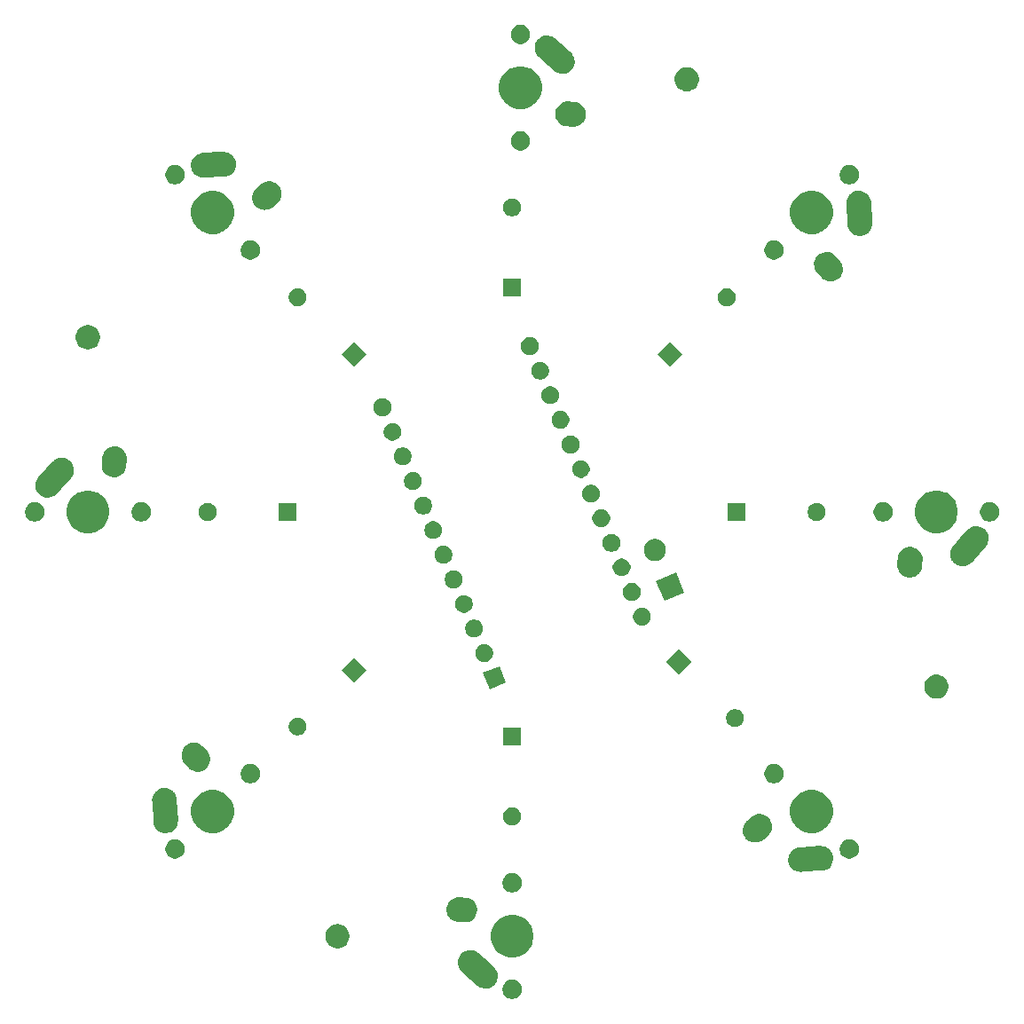
<source format=gbr>
G04 #@! TF.GenerationSoftware,KiCad,Pcbnew,(5.1.5)-3*
G04 #@! TF.CreationDate,2020-04-20T09:44:32-04:00*
G04 #@! TF.ProjectId,OctoPad,4f63746f-5061-4642-9e6b-696361645f70,rev?*
G04 #@! TF.SameCoordinates,Original*
G04 #@! TF.FileFunction,Soldermask,Bot*
G04 #@! TF.FilePolarity,Negative*
%FSLAX46Y46*%
G04 Gerber Fmt 4.6, Leading zero omitted, Abs format (unit mm)*
G04 Created by KiCad (PCBNEW (5.1.5)-3) date 2020-04-20 09:44:32*
%MOMM*%
%LPD*%
G04 APERTURE LIST*
%ADD10C,0.100000*%
G04 APERTURE END LIST*
D10*
G36*
X159813854Y-158970835D02*
G01*
X159982376Y-159040639D01*
X160134041Y-159141978D01*
X160263022Y-159270959D01*
X160364361Y-159422624D01*
X160434165Y-159591146D01*
X160469750Y-159770047D01*
X160469750Y-159952453D01*
X160434165Y-160131354D01*
X160364361Y-160299876D01*
X160263022Y-160451541D01*
X160134041Y-160580522D01*
X159982376Y-160681861D01*
X159813854Y-160751665D01*
X159634953Y-160787250D01*
X159452547Y-160787250D01*
X159273646Y-160751665D01*
X159105124Y-160681861D01*
X158953459Y-160580522D01*
X158824478Y-160451541D01*
X158723139Y-160299876D01*
X158653335Y-160131354D01*
X158617750Y-159952453D01*
X158617750Y-159770047D01*
X158653335Y-159591146D01*
X158723139Y-159422624D01*
X158824478Y-159270959D01*
X158953459Y-159141978D01*
X159105124Y-159040639D01*
X159273646Y-158970835D01*
X159452547Y-158935250D01*
X159634953Y-158935250D01*
X159813854Y-158970835D01*
G37*
G36*
X155566999Y-156105131D02*
G01*
X155572439Y-156105250D01*
X155659576Y-156105250D01*
X155675837Y-156108484D01*
X155694691Y-156110762D01*
X155711280Y-156111494D01*
X155795972Y-156132258D01*
X155801308Y-156133442D01*
X155816304Y-156136425D01*
X155886777Y-156150443D01*
X155902095Y-156156788D01*
X155920154Y-156162704D01*
X155936269Y-156166655D01*
X156015273Y-156203538D01*
X156020253Y-156205730D01*
X156100795Y-156239092D01*
X156100797Y-156239093D01*
X156114577Y-156248301D01*
X156131145Y-156257632D01*
X156146172Y-156264647D01*
X156146174Y-156264648D01*
X156146173Y-156264648D01*
X156216450Y-156316225D01*
X156220948Y-156319376D01*
X156293406Y-156367791D01*
X156350412Y-156424797D01*
X156355306Y-156429433D01*
X156885134Y-156904827D01*
X157832126Y-157754526D01*
X157923935Y-157854808D01*
X157949353Y-157882571D01*
X158069439Y-158080666D01*
X158148573Y-158298383D01*
X158183711Y-158527354D01*
X158173504Y-158758780D01*
X158118343Y-158983769D01*
X158066778Y-159094223D01*
X158020352Y-159193671D01*
X158020350Y-159193673D01*
X158020350Y-159193674D01*
X157883289Y-159380427D01*
X157712429Y-159536853D01*
X157514333Y-159656939D01*
X157296616Y-159736073D01*
X157067646Y-159771211D01*
X156836219Y-159761004D01*
X156611230Y-159705843D01*
X156500777Y-159654278D01*
X156401329Y-159607852D01*
X156401326Y-159607850D01*
X156261372Y-159505136D01*
X154827373Y-158218464D01*
X154813341Y-158207570D01*
X154794096Y-158194711D01*
X154737053Y-158137668D01*
X154732144Y-158133018D01*
X154715374Y-158117971D01*
X154695771Y-158096559D01*
X154691963Y-158092578D01*
X154630291Y-158030906D01*
X154621066Y-158017100D01*
X154609332Y-158002142D01*
X154598146Y-157989924D01*
X154553002Y-157915454D01*
X154550043Y-157910807D01*
X154501591Y-157838293D01*
X154495239Y-157822958D01*
X154486649Y-157805997D01*
X154478061Y-157791831D01*
X154448304Y-157709961D01*
X154446314Y-157704841D01*
X154412943Y-157624276D01*
X154409706Y-157608002D01*
X154404593Y-157589703D01*
X154398927Y-157574114D01*
X154385706Y-157487965D01*
X154384759Y-157482588D01*
X154367750Y-157397077D01*
X154367750Y-157380483D01*
X154366305Y-157361540D01*
X154363789Y-157345143D01*
X154367630Y-157258044D01*
X154367750Y-157252604D01*
X154367750Y-157165422D01*
X154370986Y-157149153D01*
X154373265Y-157130294D01*
X154373996Y-157113718D01*
X154394760Y-157029027D01*
X154395936Y-157023724D01*
X154412943Y-156938225D01*
X154412943Y-156938223D01*
X154419295Y-156922888D01*
X154425205Y-156904849D01*
X154429157Y-156888729D01*
X154466027Y-156809753D01*
X154468227Y-156804756D01*
X154501592Y-156724205D01*
X154510810Y-156710409D01*
X154520137Y-156693848D01*
X154527150Y-156678825D01*
X154578711Y-156608570D01*
X154581872Y-156604058D01*
X154630291Y-156531594D01*
X154642018Y-156519867D01*
X154654402Y-156505437D01*
X154664212Y-156492070D01*
X154728483Y-156433229D01*
X154732464Y-156429421D01*
X154794094Y-156367791D01*
X154807885Y-156358576D01*
X154822843Y-156346842D01*
X154835074Y-156335644D01*
X154887011Y-156304160D01*
X154909609Y-156290461D01*
X154914206Y-156287535D01*
X154986705Y-156239092D01*
X155002028Y-156232745D01*
X155018983Y-156224158D01*
X155033167Y-156215559D01*
X155115092Y-156185782D01*
X155120185Y-156183803D01*
X155200723Y-156150443D01*
X155216987Y-156147208D01*
X155235282Y-156142096D01*
X155250884Y-156136425D01*
X155337092Y-156123195D01*
X155342463Y-156122249D01*
X155427923Y-156105250D01*
X155444502Y-156105250D01*
X155463444Y-156103805D01*
X155479855Y-156101287D01*
X155566999Y-156105131D01*
G37*
G36*
X160140224Y-152814934D02*
G01*
X160358224Y-152905233D01*
X160512373Y-152969083D01*
X160847298Y-153192873D01*
X161132127Y-153477702D01*
X161355917Y-153812627D01*
X161355917Y-153812628D01*
X161510066Y-154184776D01*
X161588650Y-154579844D01*
X161588650Y-154982656D01*
X161510066Y-155377724D01*
X161453217Y-155514969D01*
X161355917Y-155749873D01*
X161132127Y-156084798D01*
X160847298Y-156369627D01*
X160512373Y-156593417D01*
X160358224Y-156657267D01*
X160140224Y-156747566D01*
X159745156Y-156826150D01*
X159342344Y-156826150D01*
X158947276Y-156747566D01*
X158729276Y-156657267D01*
X158575127Y-156593417D01*
X158240202Y-156369627D01*
X157955373Y-156084798D01*
X157731583Y-155749873D01*
X157634283Y-155514969D01*
X157577434Y-155377724D01*
X157498850Y-154982656D01*
X157498850Y-154579844D01*
X157577434Y-154184776D01*
X157731583Y-153812628D01*
X157731583Y-153812627D01*
X157955373Y-153477702D01*
X158240202Y-153192873D01*
X158575127Y-152969083D01*
X158729276Y-152905233D01*
X158947276Y-152814934D01*
X159342344Y-152736350D01*
X159745156Y-152736350D01*
X160140224Y-152814934D01*
G37*
G36*
X143099549Y-153652366D02*
G01*
X143210734Y-153674482D01*
X143420203Y-153761247D01*
X143608720Y-153887210D01*
X143769040Y-154047530D01*
X143895003Y-154236047D01*
X143981768Y-154445516D01*
X144026000Y-154667886D01*
X144026000Y-154894614D01*
X143981768Y-155116984D01*
X143895003Y-155326453D01*
X143769040Y-155514970D01*
X143608720Y-155675290D01*
X143420203Y-155801253D01*
X143210734Y-155888018D01*
X143099549Y-155910134D01*
X142988365Y-155932250D01*
X142761635Y-155932250D01*
X142650451Y-155910134D01*
X142539266Y-155888018D01*
X142329797Y-155801253D01*
X142141280Y-155675290D01*
X141980960Y-155514970D01*
X141854997Y-155326453D01*
X141768232Y-155116984D01*
X141724000Y-154894614D01*
X141724000Y-154667886D01*
X141768232Y-154445516D01*
X141854997Y-154236047D01*
X141980960Y-154047530D01*
X142141280Y-153887210D01*
X142329797Y-153761247D01*
X142539266Y-153674482D01*
X142650451Y-153652366D01*
X142761635Y-153630250D01*
X142988365Y-153630250D01*
X143099549Y-153652366D01*
G37*
G36*
X154499976Y-151064955D02*
G01*
X154508546Y-151065250D01*
X154579577Y-151065250D01*
X154611731Y-151071646D01*
X154627502Y-151073750D01*
X155182295Y-151112012D01*
X155353480Y-151140874D01*
X155570005Y-151223212D01*
X155766307Y-151346209D01*
X155878662Y-151452162D01*
X155934840Y-151505138D01*
X156001985Y-151599517D01*
X156069130Y-151693895D01*
X156164015Y-151905223D01*
X156215849Y-152131001D01*
X156222640Y-152362552D01*
X156184126Y-152590980D01*
X156101789Y-152807505D01*
X155978791Y-153003807D01*
X155819861Y-153172340D01*
X155631105Y-153306630D01*
X155419777Y-153401515D01*
X155193999Y-153453348D01*
X155020473Y-153458438D01*
X154427544Y-153417546D01*
X154418946Y-153417250D01*
X154347923Y-153417250D01*
X154252997Y-153398368D01*
X154249393Y-153397706D01*
X154154020Y-153381626D01*
X154147547Y-153379165D01*
X154127522Y-153373409D01*
X154120723Y-153372057D01*
X154061272Y-153347431D01*
X154031290Y-153335013D01*
X154027886Y-153333661D01*
X153937495Y-153299288D01*
X153931631Y-153295614D01*
X153913115Y-153286063D01*
X153906705Y-153283408D01*
X153826165Y-153229593D01*
X153823199Y-153227673D01*
X153741193Y-153176291D01*
X153736154Y-153171539D01*
X153719857Y-153158561D01*
X153714098Y-153154713D01*
X153645632Y-153086247D01*
X153643035Y-153083726D01*
X153572660Y-153017361D01*
X153568652Y-153011728D01*
X153555191Y-152995806D01*
X153550291Y-152990906D01*
X153496500Y-152910402D01*
X153494466Y-152907452D01*
X153438370Y-152828605D01*
X153435531Y-152822283D01*
X153425443Y-152804058D01*
X153421592Y-152798295D01*
X153384516Y-152708785D01*
X153383151Y-152705622D01*
X153343485Y-152617277D01*
X153341935Y-152610525D01*
X153335598Y-152590688D01*
X153332943Y-152584277D01*
X153314051Y-152489300D01*
X153313312Y-152485849D01*
X153291652Y-152391499D01*
X153291449Y-152384591D01*
X153289103Y-152363880D01*
X153287750Y-152357076D01*
X153287750Y-152260277D01*
X153287696Y-152256612D01*
X153284861Y-152159947D01*
X153286010Y-152153132D01*
X153287750Y-152132350D01*
X153287750Y-152125423D01*
X153306632Y-152030496D01*
X153307294Y-152026892D01*
X153311823Y-152000031D01*
X153323374Y-151931520D01*
X153325835Y-151925047D01*
X153331592Y-151905017D01*
X153332943Y-151898223D01*
X153369987Y-151808790D01*
X153371339Y-151805386D01*
X153405712Y-151714995D01*
X153409386Y-151709131D01*
X153418937Y-151690615D01*
X153421592Y-151684205D01*
X153475407Y-151603665D01*
X153477327Y-151600699D01*
X153528709Y-151518693D01*
X153533461Y-151513654D01*
X153546439Y-151497357D01*
X153550287Y-151491598D01*
X153618753Y-151423132D01*
X153621274Y-151420535D01*
X153687639Y-151350160D01*
X153693272Y-151346152D01*
X153709194Y-151332691D01*
X153714094Y-151327791D01*
X153794598Y-151274000D01*
X153797548Y-151271966D01*
X153876395Y-151215870D01*
X153882717Y-151213031D01*
X153900942Y-151202943D01*
X153906705Y-151199092D01*
X153996215Y-151162016D01*
X153999378Y-151160651D01*
X154087723Y-151120985D01*
X154094475Y-151119435D01*
X154114312Y-151113098D01*
X154120723Y-151110443D01*
X154215700Y-151091551D01*
X154219151Y-151090812D01*
X154313501Y-151069152D01*
X154320410Y-151068949D01*
X154341120Y-151066603D01*
X154347924Y-151065250D01*
X154444735Y-151065250D01*
X154448335Y-151065197D01*
X154487027Y-151064062D01*
X154499976Y-151064955D01*
G37*
G36*
X159813854Y-148810835D02*
G01*
X159982376Y-148880639D01*
X160134041Y-148981978D01*
X160263022Y-149110959D01*
X160364361Y-149262624D01*
X160434165Y-149431146D01*
X160469750Y-149610047D01*
X160469750Y-149792453D01*
X160434165Y-149971354D01*
X160364361Y-150139876D01*
X160263022Y-150291541D01*
X160134041Y-150420522D01*
X159982376Y-150521861D01*
X159813854Y-150591665D01*
X159634953Y-150627250D01*
X159452547Y-150627250D01*
X159273646Y-150591665D01*
X159105124Y-150521861D01*
X158953459Y-150420522D01*
X158824478Y-150291541D01*
X158723139Y-150139876D01*
X158653335Y-149971354D01*
X158617750Y-149792453D01*
X158617750Y-149610047D01*
X158653335Y-149431146D01*
X158723139Y-149262624D01*
X158824478Y-149110959D01*
X158953459Y-148981978D01*
X159105124Y-148880639D01*
X159273646Y-148810835D01*
X159452547Y-148775250D01*
X159634953Y-148775250D01*
X159813854Y-148810835D01*
G37*
G36*
X189184307Y-146195375D02*
G01*
X189409296Y-146250535D01*
X189619200Y-146348528D01*
X189696830Y-146405502D01*
X189805950Y-146485586D01*
X189805953Y-146485589D01*
X189962379Y-146656450D01*
X190082466Y-146854545D01*
X190133345Y-146994528D01*
X190156195Y-147057392D01*
X190161599Y-147072262D01*
X190196737Y-147301233D01*
X190186530Y-147532658D01*
X190131370Y-147757647D01*
X190033376Y-147967552D01*
X189896316Y-148154305D01*
X189725455Y-148310731D01*
X189527359Y-148430818D01*
X189309642Y-148509951D01*
X189138050Y-148536283D01*
X189138040Y-148536284D01*
X189138037Y-148536284D01*
X187214248Y-148640459D01*
X187196621Y-148642678D01*
X187173917Y-148647194D01*
X187093249Y-148647194D01*
X187086490Y-148647377D01*
X187064004Y-148648595D01*
X187063991Y-148648595D01*
X187034953Y-148647314D01*
X187029484Y-148647194D01*
X186942264Y-148647194D01*
X186925978Y-148643955D01*
X186907111Y-148641675D01*
X186890560Y-148640945D01*
X186805968Y-148620206D01*
X186800624Y-148619020D01*
X186715063Y-148602001D01*
X186699716Y-148595644D01*
X186681659Y-148589729D01*
X186665571Y-148585785D01*
X186586636Y-148548935D01*
X186581663Y-148546745D01*
X186501045Y-148513352D01*
X186487229Y-148504120D01*
X186470687Y-148494805D01*
X186455666Y-148487792D01*
X186385421Y-148436238D01*
X186380955Y-148433110D01*
X186308436Y-148384655D01*
X186296696Y-148372915D01*
X186282266Y-148360531D01*
X186268914Y-148350732D01*
X186268913Y-148350731D01*
X186210093Y-148286483D01*
X186206304Y-148282523D01*
X186144631Y-148220850D01*
X186135404Y-148207041D01*
X186123675Y-148192091D01*
X186112487Y-148179870D01*
X186067320Y-148105363D01*
X186064403Y-148100781D01*
X186015932Y-148028239D01*
X186009578Y-148012899D01*
X186000996Y-147995956D01*
X185992400Y-147981775D01*
X185962626Y-147899858D01*
X185960652Y-147894780D01*
X185927283Y-147814221D01*
X185924044Y-147797939D01*
X185918934Y-147779650D01*
X185913267Y-147764058D01*
X185900043Y-147677888D01*
X185899100Y-147672533D01*
X185882090Y-147587019D01*
X185882090Y-147570427D01*
X185880645Y-147551484D01*
X185878129Y-147535087D01*
X185881970Y-147448005D01*
X185882090Y-147442548D01*
X185882090Y-147355366D01*
X185885326Y-147339097D01*
X185887607Y-147320221D01*
X185888337Y-147303663D01*
X185888933Y-147301232D01*
X185909094Y-147218998D01*
X185910276Y-147213668D01*
X185927283Y-147128169D01*
X185927283Y-147128167D01*
X185933635Y-147112832D01*
X185939545Y-147094792D01*
X185943497Y-147078673D01*
X185980369Y-146999692D01*
X185982573Y-146994686D01*
X186015932Y-146914149D01*
X186025154Y-146900347D01*
X186034473Y-146883798D01*
X186041490Y-146868768D01*
X186093057Y-146798506D01*
X186096209Y-146794006D01*
X186144629Y-146721540D01*
X186156356Y-146709813D01*
X186168740Y-146695383D01*
X186178550Y-146682016D01*
X186206474Y-146656451D01*
X186242845Y-146623152D01*
X186246807Y-146619362D01*
X186308436Y-146557733D01*
X186322224Y-146548520D01*
X186337174Y-146536793D01*
X186349412Y-146525589D01*
X186423985Y-146480382D01*
X186428581Y-146477455D01*
X186501045Y-146429036D01*
X186516367Y-146422689D01*
X186533317Y-146414104D01*
X186547507Y-146405502D01*
X186629494Y-146375703D01*
X186634527Y-146373746D01*
X186715063Y-146340387D01*
X186731327Y-146337152D01*
X186749618Y-146332041D01*
X186765224Y-146326369D01*
X186851435Y-146313139D01*
X186856797Y-146312194D01*
X186942264Y-146295194D01*
X187022860Y-146295194D01*
X187029619Y-146295011D01*
X189010862Y-146187725D01*
X189010874Y-146187725D01*
X189184307Y-146195375D01*
G37*
G36*
X127646752Y-145576687D02*
G01*
X127815274Y-145646491D01*
X127966939Y-145747830D01*
X128095920Y-145876811D01*
X128197259Y-146028476D01*
X128267063Y-146196998D01*
X128302648Y-146375899D01*
X128302648Y-146558305D01*
X128267063Y-146737206D01*
X128197259Y-146905728D01*
X128095920Y-147057393D01*
X127966939Y-147186374D01*
X127815274Y-147287713D01*
X127646752Y-147357517D01*
X127467851Y-147393102D01*
X127285445Y-147393102D01*
X127106544Y-147357517D01*
X126938022Y-147287713D01*
X126786357Y-147186374D01*
X126657376Y-147057393D01*
X126556037Y-146905728D01*
X126486233Y-146737206D01*
X126450648Y-146558305D01*
X126450648Y-146375899D01*
X126486233Y-146196998D01*
X126556037Y-146028476D01*
X126657376Y-145876811D01*
X126786357Y-145747830D01*
X126938022Y-145646491D01*
X127106544Y-145576687D01*
X127285445Y-145541102D01*
X127467851Y-145541102D01*
X127646752Y-145576687D01*
G37*
G36*
X191980956Y-145576687D02*
G01*
X192149478Y-145646491D01*
X192301143Y-145747830D01*
X192430124Y-145876811D01*
X192531463Y-146028476D01*
X192601267Y-146196998D01*
X192636852Y-146375899D01*
X192636852Y-146558305D01*
X192601267Y-146737206D01*
X192531463Y-146905728D01*
X192430124Y-147057393D01*
X192301143Y-147186374D01*
X192149478Y-147287713D01*
X191980956Y-147357517D01*
X191802055Y-147393102D01*
X191619649Y-147393102D01*
X191440748Y-147357517D01*
X191272226Y-147287713D01*
X191120561Y-147186374D01*
X190991580Y-147057393D01*
X190890241Y-146905728D01*
X190820437Y-146737206D01*
X190784852Y-146558305D01*
X190784852Y-146375899D01*
X190820437Y-146196998D01*
X190890241Y-146028476D01*
X190991580Y-145876811D01*
X191120561Y-145747830D01*
X191272226Y-145646491D01*
X191440748Y-145576687D01*
X191619649Y-145541102D01*
X191802055Y-145541102D01*
X191980956Y-145576687D01*
G37*
G36*
X183478732Y-143148838D02*
G01*
X183695257Y-143231175D01*
X183891559Y-143354173D01*
X184060093Y-143513102D01*
X184194382Y-143701858D01*
X184289268Y-143913186D01*
X184341102Y-144138964D01*
X184347893Y-144370516D01*
X184309379Y-144598944D01*
X184227042Y-144815468D01*
X184104045Y-145011770D01*
X184014426Y-145106803D01*
X183984936Y-145138076D01*
X183536754Y-145528428D01*
X183530463Y-145534299D01*
X183480252Y-145584510D01*
X183399799Y-145638267D01*
X183396813Y-145640327D01*
X183317953Y-145696431D01*
X183311632Y-145699269D01*
X183293395Y-145709364D01*
X183287643Y-145713208D01*
X183287642Y-145713209D01*
X183287641Y-145713209D01*
X183198213Y-145750251D01*
X183194891Y-145751685D01*
X183106625Y-145791316D01*
X183099870Y-145792867D01*
X183080026Y-145799206D01*
X183073623Y-145801858D01*
X183025511Y-145811428D01*
X182978712Y-145820737D01*
X182975157Y-145821498D01*
X182880846Y-145843150D01*
X182878685Y-145843213D01*
X182873931Y-145843353D01*
X182853215Y-145845700D01*
X182846422Y-145847051D01*
X182749659Y-145847051D01*
X182745994Y-145847105D01*
X182649296Y-145849941D01*
X182649295Y-145849941D01*
X182642474Y-145848791D01*
X182621692Y-145847051D01*
X182614769Y-145847051D01*
X182519864Y-145828173D01*
X182516267Y-145827512D01*
X182420868Y-145811428D01*
X182414395Y-145808967D01*
X182394368Y-145803210D01*
X182387569Y-145801858D01*
X182298097Y-145764798D01*
X182294849Y-145763507D01*
X182204343Y-145729091D01*
X182198467Y-145725409D01*
X182179965Y-145715866D01*
X182173551Y-145713209D01*
X182143604Y-145693199D01*
X182093060Y-145659427D01*
X182090007Y-145657451D01*
X182008041Y-145606093D01*
X182003012Y-145601351D01*
X181986703Y-145588362D01*
X181980944Y-145584514D01*
X181912480Y-145516050D01*
X181909850Y-145513497D01*
X181839507Y-145447163D01*
X181835502Y-145441533D01*
X181822038Y-145425608D01*
X181817137Y-145420707D01*
X181763348Y-145340206D01*
X181761295Y-145337229D01*
X181705218Y-145258408D01*
X181702382Y-145252091D01*
X181692289Y-145233859D01*
X181688438Y-145228096D01*
X181651357Y-145138575D01*
X181649965Y-145135348D01*
X181610333Y-145047080D01*
X181608786Y-145040342D01*
X181602443Y-145020485D01*
X181599789Y-145014078D01*
X181580897Y-144919102D01*
X181580130Y-144915520D01*
X181573725Y-144887620D01*
X181558499Y-144821301D01*
X181558297Y-144814398D01*
X181555950Y-144793683D01*
X181554596Y-144786877D01*
X181554596Y-144690046D01*
X181554542Y-144686381D01*
X181551978Y-144598944D01*
X181551708Y-144589751D01*
X181552856Y-144582941D01*
X181554596Y-144562159D01*
X181554596Y-144555224D01*
X181573487Y-144460253D01*
X181574149Y-144456649D01*
X181590221Y-144361322D01*
X181592676Y-144354867D01*
X181598436Y-144334828D01*
X181599789Y-144328025D01*
X181599789Y-144328024D01*
X181636863Y-144238519D01*
X181638187Y-144235184D01*
X181672558Y-144144798D01*
X181676233Y-144138934D01*
X181685779Y-144120427D01*
X181688438Y-144114006D01*
X181720586Y-144065893D01*
X181742252Y-144033467D01*
X181744243Y-144030391D01*
X181755600Y-144012265D01*
X181795556Y-143948496D01*
X181800293Y-143943473D01*
X181813283Y-143927162D01*
X181817135Y-143921397D01*
X181885629Y-143852903D01*
X181888182Y-143850273D01*
X181914659Y-143822196D01*
X181924409Y-143813704D01*
X181930700Y-143807832D01*
X181980940Y-143757592D01*
X182008208Y-143739372D01*
X182020859Y-143729698D01*
X182440187Y-143364477D01*
X182440188Y-143364476D01*
X182440193Y-143364472D01*
X182581648Y-143263835D01*
X182792974Y-143168950D01*
X183018753Y-143117115D01*
X183250305Y-143110325D01*
X183478732Y-143148838D01*
G37*
G36*
X126395745Y-140638220D02*
G01*
X126401202Y-140638340D01*
X126488384Y-140638340D01*
X126504653Y-140641576D01*
X126523524Y-140643856D01*
X126540088Y-140644587D01*
X126624752Y-140665344D01*
X126630074Y-140666524D01*
X126715583Y-140683533D01*
X126730918Y-140689885D01*
X126748958Y-140695795D01*
X126765077Y-140699747D01*
X126844058Y-140736619D01*
X126849046Y-140738815D01*
X126929601Y-140772182D01*
X126943403Y-140781404D01*
X126959952Y-140790723D01*
X126974982Y-140797740D01*
X127045244Y-140849307D01*
X127049744Y-140852459D01*
X127122210Y-140900879D01*
X127133937Y-140912606D01*
X127148367Y-140924990D01*
X127161735Y-140934801D01*
X127220598Y-140999095D01*
X127224388Y-141003057D01*
X127286017Y-141064686D01*
X127295230Y-141078474D01*
X127306957Y-141093424D01*
X127318161Y-141105662D01*
X127363368Y-141180235D01*
X127366295Y-141184831D01*
X127414714Y-141257295D01*
X127421058Y-141272612D01*
X127429646Y-141289567D01*
X127438248Y-141303757D01*
X127468047Y-141385744D01*
X127470004Y-141390777D01*
X127503363Y-141471313D01*
X127503363Y-141471315D01*
X127506597Y-141487573D01*
X127511709Y-141505868D01*
X127517381Y-141521474D01*
X127530611Y-141607685D01*
X127531557Y-141613055D01*
X127548556Y-141698514D01*
X127548556Y-141779110D01*
X127548739Y-141785869D01*
X127656025Y-143767112D01*
X127656025Y-143767124D01*
X127648375Y-143940557D01*
X127593215Y-144165546D01*
X127495222Y-144375450D01*
X127430691Y-144463377D01*
X127358164Y-144562200D01*
X127358161Y-144562203D01*
X127187300Y-144718629D01*
X126989205Y-144838716D01*
X126854662Y-144887618D01*
X126771492Y-144917848D01*
X126771490Y-144917848D01*
X126771488Y-144917849D01*
X126542517Y-144952987D01*
X126311092Y-144942780D01*
X126086103Y-144887620D01*
X125876198Y-144789626D01*
X125689445Y-144652566D01*
X125533019Y-144481705D01*
X125412932Y-144283609D01*
X125333799Y-144065892D01*
X125307467Y-143894300D01*
X125305083Y-143850273D01*
X125203291Y-141970498D01*
X125201072Y-141952871D01*
X125196556Y-141930167D01*
X125196556Y-141849499D01*
X125196373Y-141842740D01*
X125195155Y-141820254D01*
X125195155Y-141820241D01*
X125196436Y-141791203D01*
X125196556Y-141785734D01*
X125196556Y-141698515D01*
X125199795Y-141682232D01*
X125202075Y-141663361D01*
X125202805Y-141646810D01*
X125223544Y-141562218D01*
X125224731Y-141556869D01*
X125241749Y-141471313D01*
X125248106Y-141455966D01*
X125254021Y-141437909D01*
X125257965Y-141421821D01*
X125294815Y-141342886D01*
X125297005Y-141337913D01*
X125330398Y-141257295D01*
X125339630Y-141243479D01*
X125348945Y-141226937D01*
X125355958Y-141211916D01*
X125407512Y-141141671D01*
X125410640Y-141137205D01*
X125459095Y-141064686D01*
X125470835Y-141052946D01*
X125483219Y-141038516D01*
X125493018Y-141025164D01*
X125517165Y-141003057D01*
X125557267Y-140966343D01*
X125561227Y-140962554D01*
X125622899Y-140900882D01*
X125622903Y-140900879D01*
X125636709Y-140891654D01*
X125651659Y-140879925D01*
X125663880Y-140868737D01*
X125738387Y-140823570D01*
X125742969Y-140820653D01*
X125815511Y-140772182D01*
X125830851Y-140765828D01*
X125847794Y-140757246D01*
X125861975Y-140748650D01*
X125943892Y-140718876D01*
X125948953Y-140716909D01*
X126029529Y-140683533D01*
X126045811Y-140680294D01*
X126064100Y-140675184D01*
X126079692Y-140669517D01*
X126165862Y-140656293D01*
X126171198Y-140655353D01*
X126256730Y-140638340D01*
X126273323Y-140638340D01*
X126292266Y-140636895D01*
X126308663Y-140634379D01*
X126395745Y-140638220D01*
G37*
G36*
X131565224Y-140908684D02*
G01*
X131695277Y-140962554D01*
X131937373Y-141062833D01*
X132272298Y-141286623D01*
X132557127Y-141571452D01*
X132780917Y-141906377D01*
X132844767Y-142060526D01*
X132935066Y-142278526D01*
X133013650Y-142673594D01*
X133013650Y-143076406D01*
X132935066Y-143471474D01*
X132869861Y-143628893D01*
X132780917Y-143843623D01*
X132557127Y-144178548D01*
X132272298Y-144463377D01*
X131937373Y-144687167D01*
X131783224Y-144751017D01*
X131565224Y-144841316D01*
X131170156Y-144919900D01*
X130767344Y-144919900D01*
X130372276Y-144841316D01*
X130154276Y-144751017D01*
X130000127Y-144687167D01*
X129665202Y-144463377D01*
X129380373Y-144178548D01*
X129156583Y-143843623D01*
X129067639Y-143628893D01*
X129002434Y-143471474D01*
X128923850Y-143076406D01*
X128923850Y-142673594D01*
X129002434Y-142278526D01*
X129092733Y-142060526D01*
X129156583Y-141906377D01*
X129380373Y-141571452D01*
X129665202Y-141286623D01*
X130000127Y-141062833D01*
X130242223Y-140962554D01*
X130372276Y-140908684D01*
X130767344Y-140830100D01*
X131170156Y-140830100D01*
X131565224Y-140908684D01*
G37*
G36*
X188715224Y-140908684D02*
G01*
X188845277Y-140962554D01*
X189087373Y-141062833D01*
X189422298Y-141286623D01*
X189707127Y-141571452D01*
X189930917Y-141906377D01*
X189994767Y-142060526D01*
X190085066Y-142278526D01*
X190163650Y-142673594D01*
X190163650Y-143076406D01*
X190085066Y-143471474D01*
X190019861Y-143628893D01*
X189930917Y-143843623D01*
X189707127Y-144178548D01*
X189422298Y-144463377D01*
X189087373Y-144687167D01*
X188933224Y-144751017D01*
X188715224Y-144841316D01*
X188320156Y-144919900D01*
X187917344Y-144919900D01*
X187522276Y-144841316D01*
X187304276Y-144751017D01*
X187150127Y-144687167D01*
X186815202Y-144463377D01*
X186530373Y-144178548D01*
X186306583Y-143843623D01*
X186217639Y-143628893D01*
X186152434Y-143471474D01*
X186073850Y-143076406D01*
X186073850Y-142673594D01*
X186152434Y-142278526D01*
X186242733Y-142060526D01*
X186306583Y-141906377D01*
X186530373Y-141571452D01*
X186815202Y-141286623D01*
X187150127Y-141062833D01*
X187392223Y-140962554D01*
X187522276Y-140908684D01*
X187917344Y-140830100D01*
X188320156Y-140830100D01*
X188715224Y-140908684D01*
G37*
G36*
X159791978Y-142532953D02*
G01*
X159946850Y-142597103D01*
X160086231Y-142690235D01*
X160204765Y-142808769D01*
X160297897Y-142948150D01*
X160362047Y-143103022D01*
X160394750Y-143267434D01*
X160394750Y-143435066D01*
X160362047Y-143599478D01*
X160297897Y-143754350D01*
X160204765Y-143893731D01*
X160086231Y-144012265D01*
X159946850Y-144105397D01*
X159791978Y-144169547D01*
X159627566Y-144202250D01*
X159459934Y-144202250D01*
X159295522Y-144169547D01*
X159140650Y-144105397D01*
X159001269Y-144012265D01*
X158882735Y-143893731D01*
X158789603Y-143754350D01*
X158725453Y-143599478D01*
X158692750Y-143435066D01*
X158692750Y-143267434D01*
X158725453Y-143103022D01*
X158789603Y-142948150D01*
X158882735Y-142808769D01*
X159001269Y-142690235D01*
X159140650Y-142597103D01*
X159295522Y-142532953D01*
X159459934Y-142500250D01*
X159627566Y-142500250D01*
X159791978Y-142532953D01*
G37*
G36*
X134830956Y-138392483D02*
G01*
X134999478Y-138462287D01*
X135151143Y-138563626D01*
X135280124Y-138692607D01*
X135381463Y-138844272D01*
X135451267Y-139012794D01*
X135486852Y-139191695D01*
X135486852Y-139374101D01*
X135451267Y-139553002D01*
X135381463Y-139721524D01*
X135280124Y-139873189D01*
X135151143Y-140002170D01*
X134999478Y-140103509D01*
X134830956Y-140173313D01*
X134652055Y-140208898D01*
X134469649Y-140208898D01*
X134290748Y-140173313D01*
X134122226Y-140103509D01*
X133970561Y-140002170D01*
X133841580Y-139873189D01*
X133740241Y-139721524D01*
X133670437Y-139553002D01*
X133634852Y-139374101D01*
X133634852Y-139191695D01*
X133670437Y-139012794D01*
X133740241Y-138844272D01*
X133841580Y-138692607D01*
X133970561Y-138563626D01*
X134122226Y-138462287D01*
X134290748Y-138392483D01*
X134469649Y-138356898D01*
X134652055Y-138356898D01*
X134830956Y-138392483D01*
G37*
G36*
X184796752Y-138392483D02*
G01*
X184965274Y-138462287D01*
X185116939Y-138563626D01*
X185245920Y-138692607D01*
X185347259Y-138844272D01*
X185417063Y-139012794D01*
X185452648Y-139191695D01*
X185452648Y-139374101D01*
X185417063Y-139553002D01*
X185347259Y-139721524D01*
X185245920Y-139873189D01*
X185116939Y-140002170D01*
X184965274Y-140103509D01*
X184796752Y-140173313D01*
X184617851Y-140208898D01*
X184435445Y-140208898D01*
X184256544Y-140173313D01*
X184088022Y-140103509D01*
X183936357Y-140002170D01*
X183807376Y-139873189D01*
X183706037Y-139721524D01*
X183636233Y-139553002D01*
X183600648Y-139374101D01*
X183600648Y-139191695D01*
X183636233Y-139012794D01*
X183706037Y-138844272D01*
X183807376Y-138692607D01*
X183936357Y-138563626D01*
X184088022Y-138462287D01*
X184256544Y-138392483D01*
X184435445Y-138356898D01*
X184617851Y-138356898D01*
X184796752Y-138392483D01*
G37*
G36*
X129260809Y-136309106D02*
G01*
X129281591Y-136310846D01*
X129288526Y-136310846D01*
X129383497Y-136329737D01*
X129387101Y-136330399D01*
X129482428Y-136346471D01*
X129488883Y-136348926D01*
X129508918Y-136354685D01*
X129515726Y-136356039D01*
X129605231Y-136393113D01*
X129608566Y-136394437D01*
X129698952Y-136428808D01*
X129704816Y-136432483D01*
X129723323Y-136442029D01*
X129729744Y-136444688D01*
X129729747Y-136444690D01*
X129810283Y-136498502D01*
X129813340Y-136500481D01*
X129895254Y-136551806D01*
X129900277Y-136556543D01*
X129916588Y-136569533D01*
X129922353Y-136573385D01*
X129990847Y-136641879D01*
X129993477Y-136644432D01*
X130021554Y-136670909D01*
X130030046Y-136680659D01*
X130035918Y-136686950D01*
X130086158Y-136737190D01*
X130104378Y-136764458D01*
X130114052Y-136777109D01*
X130479273Y-137196437D01*
X130479278Y-137196443D01*
X130579915Y-137337898D01*
X130674800Y-137549224D01*
X130726635Y-137775003D01*
X130733425Y-138006555D01*
X130694912Y-138234982D01*
X130612575Y-138451507D01*
X130489577Y-138647809D01*
X130330648Y-138816343D01*
X130141892Y-138950632D01*
X129930564Y-139045518D01*
X129704786Y-139097352D01*
X129473234Y-139104143D01*
X129244806Y-139065629D01*
X129028282Y-138983292D01*
X128831980Y-138860295D01*
X128736947Y-138770676D01*
X128705674Y-138741186D01*
X128315322Y-138293004D01*
X128309451Y-138286713D01*
X128259240Y-138236502D01*
X128205483Y-138156049D01*
X128203423Y-138153063D01*
X128147319Y-138074203D01*
X128144481Y-138067882D01*
X128134386Y-138049645D01*
X128130542Y-138043893D01*
X128093510Y-137954489D01*
X128092058Y-137951125D01*
X128052434Y-137862875D01*
X128050883Y-137856120D01*
X128044544Y-137836276D01*
X128041892Y-137829873D01*
X128023013Y-137734962D01*
X128022246Y-137731380D01*
X128000600Y-137637096D01*
X128000397Y-137630181D01*
X127998050Y-137609463D01*
X127996699Y-137602671D01*
X127996699Y-137505909D01*
X127996645Y-137502244D01*
X127993809Y-137405545D01*
X127994959Y-137398724D01*
X127996699Y-137377942D01*
X127996699Y-137371019D01*
X128015577Y-137276114D01*
X128016239Y-137272510D01*
X128032322Y-137177119D01*
X128034782Y-137170650D01*
X128040541Y-137150613D01*
X128041892Y-137143819D01*
X128078952Y-137054347D01*
X128080243Y-137051099D01*
X128114659Y-136960593D01*
X128118341Y-136954717D01*
X128127884Y-136936215D01*
X128130541Y-136929801D01*
X128150551Y-136899854D01*
X128184323Y-136849310D01*
X128186314Y-136846234D01*
X128229626Y-136777109D01*
X128237657Y-136764291D01*
X128242399Y-136759262D01*
X128255388Y-136742953D01*
X128259236Y-136737194D01*
X128327700Y-136668730D01*
X128330253Y-136666100D01*
X128353094Y-136641879D01*
X128396587Y-136595757D01*
X128402220Y-136591749D01*
X128418142Y-136578288D01*
X128423043Y-136573387D01*
X128503544Y-136519598D01*
X128506521Y-136517545D01*
X128585342Y-136461468D01*
X128591659Y-136458632D01*
X128609891Y-136448539D01*
X128615654Y-136444688D01*
X128705175Y-136407607D01*
X128708402Y-136406215D01*
X128796670Y-136366583D01*
X128803408Y-136365036D01*
X128823265Y-136358693D01*
X128829672Y-136356039D01*
X128910855Y-136339891D01*
X128924648Y-136337147D01*
X128928208Y-136336385D01*
X129022449Y-136314749D01*
X129029352Y-136314547D01*
X129050067Y-136312200D01*
X129056873Y-136310846D01*
X129153704Y-136310846D01*
X129157369Y-136310792D01*
X129176073Y-136310243D01*
X129253999Y-136307958D01*
X129254000Y-136307958D01*
X129260809Y-136309106D01*
G37*
G36*
X160394750Y-136582250D02*
G01*
X158692750Y-136582250D01*
X158692750Y-134880250D01*
X160394750Y-134880250D01*
X160394750Y-136582250D01*
G37*
G36*
X139322574Y-133951107D02*
G01*
X139477446Y-134015257D01*
X139616827Y-134108389D01*
X139735361Y-134226923D01*
X139828493Y-134366304D01*
X139892643Y-134521176D01*
X139925346Y-134685588D01*
X139925346Y-134853220D01*
X139892643Y-135017632D01*
X139828493Y-135172504D01*
X139735361Y-135311885D01*
X139616827Y-135430419D01*
X139477446Y-135523551D01*
X139322574Y-135587701D01*
X139158162Y-135620404D01*
X138990530Y-135620404D01*
X138826118Y-135587701D01*
X138671246Y-135523551D01*
X138531865Y-135430419D01*
X138413331Y-135311885D01*
X138320199Y-135172504D01*
X138256049Y-135017632D01*
X138223346Y-134853220D01*
X138223346Y-134685588D01*
X138256049Y-134521176D01*
X138320199Y-134366304D01*
X138413331Y-134226923D01*
X138531865Y-134108389D01*
X138671246Y-134015257D01*
X138826118Y-133951107D01*
X138990530Y-133918404D01*
X139158162Y-133918404D01*
X139322574Y-133951107D01*
G37*
G36*
X181055132Y-133157357D02*
G01*
X181210004Y-133221507D01*
X181349385Y-133314639D01*
X181467919Y-133433173D01*
X181561051Y-133572554D01*
X181625201Y-133727426D01*
X181657904Y-133891838D01*
X181657904Y-134059470D01*
X181625201Y-134223882D01*
X181561051Y-134378754D01*
X181467919Y-134518135D01*
X181349385Y-134636669D01*
X181210004Y-134729801D01*
X181055132Y-134793951D01*
X180890720Y-134826654D01*
X180723088Y-134826654D01*
X180558676Y-134793951D01*
X180403804Y-134729801D01*
X180264423Y-134636669D01*
X180145889Y-134518135D01*
X180052757Y-134378754D01*
X179988607Y-134223882D01*
X179955904Y-134059470D01*
X179955904Y-133891838D01*
X179988607Y-133727426D01*
X180052757Y-133572554D01*
X180145889Y-133433173D01*
X180264423Y-133314639D01*
X180403804Y-133221507D01*
X180558676Y-133157357D01*
X180723088Y-133124654D01*
X180890720Y-133124654D01*
X181055132Y-133157357D01*
G37*
G36*
X200249549Y-129839866D02*
G01*
X200360734Y-129861982D01*
X200570203Y-129948747D01*
X200758720Y-130074710D01*
X200919040Y-130235030D01*
X201045003Y-130423547D01*
X201131768Y-130633016D01*
X201176000Y-130855386D01*
X201176000Y-131082114D01*
X201131768Y-131304484D01*
X201045003Y-131513953D01*
X200919040Y-131702470D01*
X200758720Y-131862790D01*
X200570203Y-131988753D01*
X200360734Y-132075518D01*
X200249549Y-132097634D01*
X200138365Y-132119750D01*
X199911635Y-132119750D01*
X199800451Y-132097634D01*
X199689266Y-132075518D01*
X199479797Y-131988753D01*
X199291280Y-131862790D01*
X199130960Y-131702470D01*
X199004997Y-131513953D01*
X198918232Y-131304484D01*
X198874000Y-131082114D01*
X198874000Y-130855386D01*
X198918232Y-130633016D01*
X199004997Y-130423547D01*
X199130960Y-130235030D01*
X199291280Y-130074710D01*
X199479797Y-129948747D01*
X199689266Y-129861982D01*
X199800451Y-129839866D01*
X199911635Y-129817750D01*
X200138365Y-129817750D01*
X200249549Y-129839866D01*
G37*
G36*
X158961761Y-130583203D02*
G01*
X157389318Y-131234530D01*
X156737991Y-129662087D01*
X158310434Y-129010760D01*
X158961761Y-130583203D01*
G37*
G36*
X145665996Y-129381250D02*
G01*
X144462500Y-130584746D01*
X143259004Y-129381250D01*
X144462500Y-128177754D01*
X145665996Y-129381250D01*
G37*
G36*
X176622246Y-128587500D02*
G01*
X175418750Y-129790996D01*
X174215254Y-128587500D01*
X175418750Y-127384004D01*
X176622246Y-128587500D01*
G37*
G36*
X157126088Y-126957694D02*
G01*
X157280960Y-127021844D01*
X157420341Y-127114976D01*
X157538875Y-127233510D01*
X157632007Y-127372891D01*
X157696157Y-127527763D01*
X157728860Y-127692175D01*
X157728860Y-127859807D01*
X157696157Y-128024219D01*
X157632007Y-128179091D01*
X157538875Y-128318472D01*
X157420341Y-128437006D01*
X157280960Y-128530138D01*
X157126088Y-128594288D01*
X156961676Y-128626991D01*
X156794044Y-128626991D01*
X156629632Y-128594288D01*
X156474760Y-128530138D01*
X156335379Y-128437006D01*
X156216845Y-128318472D01*
X156123713Y-128179091D01*
X156059563Y-128024219D01*
X156026860Y-127859807D01*
X156026860Y-127692175D01*
X156059563Y-127527763D01*
X156123713Y-127372891D01*
X156216845Y-127233510D01*
X156335379Y-127114976D01*
X156474760Y-127021844D01*
X156629632Y-126957694D01*
X156794044Y-126924991D01*
X156961676Y-126924991D01*
X157126088Y-126957694D01*
G37*
G36*
X156154072Y-124611040D02*
G01*
X156308944Y-124675190D01*
X156448325Y-124768322D01*
X156566859Y-124886856D01*
X156659991Y-125026237D01*
X156724141Y-125181109D01*
X156756844Y-125345521D01*
X156756844Y-125513153D01*
X156724141Y-125677565D01*
X156659991Y-125832437D01*
X156566859Y-125971818D01*
X156448325Y-126090352D01*
X156308944Y-126183484D01*
X156154072Y-126247634D01*
X155989660Y-126280337D01*
X155822028Y-126280337D01*
X155657616Y-126247634D01*
X155502744Y-126183484D01*
X155363363Y-126090352D01*
X155244829Y-125971818D01*
X155151697Y-125832437D01*
X155087547Y-125677565D01*
X155054844Y-125513153D01*
X155054844Y-125345521D01*
X155087547Y-125181109D01*
X155151697Y-125026237D01*
X155244829Y-124886856D01*
X155363363Y-124768322D01*
X155502744Y-124675190D01*
X155657616Y-124611040D01*
X155822028Y-124578337D01*
X155989660Y-124578337D01*
X156154072Y-124611040D01*
G37*
G36*
X172178028Y-123472252D02*
G01*
X172332900Y-123536402D01*
X172472281Y-123629534D01*
X172590815Y-123748068D01*
X172683947Y-123887449D01*
X172748097Y-124042321D01*
X172780800Y-124206733D01*
X172780800Y-124374365D01*
X172748097Y-124538777D01*
X172683947Y-124693649D01*
X172590815Y-124833030D01*
X172472281Y-124951564D01*
X172332900Y-125044696D01*
X172178028Y-125108846D01*
X172013616Y-125141549D01*
X171845984Y-125141549D01*
X171681572Y-125108846D01*
X171526700Y-125044696D01*
X171387319Y-124951564D01*
X171268785Y-124833030D01*
X171175653Y-124693649D01*
X171111503Y-124538777D01*
X171078800Y-124374365D01*
X171078800Y-124206733D01*
X171111503Y-124042321D01*
X171175653Y-123887449D01*
X171268785Y-123748068D01*
X171387319Y-123629534D01*
X171526700Y-123536402D01*
X171681572Y-123472252D01*
X171845984Y-123439549D01*
X172013616Y-123439549D01*
X172178028Y-123472252D01*
G37*
G36*
X155182056Y-122264386D02*
G01*
X155336928Y-122328536D01*
X155476309Y-122421668D01*
X155594843Y-122540202D01*
X155687975Y-122679583D01*
X155752125Y-122834455D01*
X155784828Y-122998867D01*
X155784828Y-123166499D01*
X155752125Y-123330911D01*
X155687975Y-123485783D01*
X155594843Y-123625164D01*
X155476309Y-123743698D01*
X155336928Y-123836830D01*
X155182056Y-123900980D01*
X155017644Y-123933683D01*
X154850012Y-123933683D01*
X154685600Y-123900980D01*
X154530728Y-123836830D01*
X154391347Y-123743698D01*
X154272813Y-123625164D01*
X154179681Y-123485783D01*
X154115531Y-123330911D01*
X154082828Y-123166499D01*
X154082828Y-122998867D01*
X154115531Y-122834455D01*
X154179681Y-122679583D01*
X154272813Y-122540202D01*
X154391347Y-122421668D01*
X154530728Y-122328536D01*
X154685600Y-122264386D01*
X154850012Y-122231683D01*
X155017644Y-122231683D01*
X155182056Y-122264386D01*
G37*
G36*
X175997531Y-122012271D02*
G01*
X174056479Y-122816281D01*
X173252469Y-120875229D01*
X175193521Y-120071219D01*
X175997531Y-122012271D01*
G37*
G36*
X171206012Y-121125598D02*
G01*
X171360884Y-121189748D01*
X171500265Y-121282880D01*
X171618799Y-121401414D01*
X171711931Y-121540795D01*
X171776081Y-121695667D01*
X171808784Y-121860079D01*
X171808784Y-122027711D01*
X171776081Y-122192123D01*
X171711931Y-122346995D01*
X171618799Y-122486376D01*
X171500265Y-122604910D01*
X171360884Y-122698042D01*
X171206012Y-122762192D01*
X171041600Y-122794895D01*
X170873968Y-122794895D01*
X170709556Y-122762192D01*
X170554684Y-122698042D01*
X170415303Y-122604910D01*
X170296769Y-122486376D01*
X170203637Y-122346995D01*
X170139487Y-122192123D01*
X170106784Y-122027711D01*
X170106784Y-121860079D01*
X170139487Y-121695667D01*
X170203637Y-121540795D01*
X170296769Y-121401414D01*
X170415303Y-121282880D01*
X170554684Y-121189748D01*
X170709556Y-121125598D01*
X170873968Y-121092895D01*
X171041600Y-121092895D01*
X171206012Y-121125598D01*
G37*
G36*
X154210040Y-119917732D02*
G01*
X154364912Y-119981882D01*
X154504293Y-120075014D01*
X154622827Y-120193548D01*
X154715959Y-120332929D01*
X154780109Y-120487801D01*
X154812812Y-120652213D01*
X154812812Y-120819845D01*
X154780109Y-120984257D01*
X154715959Y-121139129D01*
X154622827Y-121278510D01*
X154504293Y-121397044D01*
X154364912Y-121490176D01*
X154210040Y-121554326D01*
X154045628Y-121587029D01*
X153877996Y-121587029D01*
X153713584Y-121554326D01*
X153558712Y-121490176D01*
X153419331Y-121397044D01*
X153300797Y-121278510D01*
X153207665Y-121139129D01*
X153143515Y-120984257D01*
X153110812Y-120819845D01*
X153110812Y-120652213D01*
X153143515Y-120487801D01*
X153207665Y-120332929D01*
X153300797Y-120193548D01*
X153419331Y-120075014D01*
X153558712Y-119981882D01*
X153713584Y-119917732D01*
X153877996Y-119885029D01*
X154045628Y-119885029D01*
X154210040Y-119917732D01*
G37*
G36*
X197834730Y-117659624D02*
G01*
X198051255Y-117741961D01*
X198247557Y-117864959D01*
X198416090Y-118023889D01*
X198550380Y-118212645D01*
X198645265Y-118423973D01*
X198697098Y-118649751D01*
X198702188Y-118823277D01*
X198661407Y-119414591D01*
X198661296Y-119416204D01*
X198661000Y-119424804D01*
X198661000Y-119495827D01*
X198642118Y-119590753D01*
X198641456Y-119594357D01*
X198625376Y-119689730D01*
X198622915Y-119696203D01*
X198617159Y-119716228D01*
X198615807Y-119723027D01*
X198613157Y-119729424D01*
X198578763Y-119812460D01*
X198577411Y-119815864D01*
X198543038Y-119906255D01*
X198539364Y-119912119D01*
X198529813Y-119930635D01*
X198527158Y-119937045D01*
X198473343Y-120017585D01*
X198471423Y-120020551D01*
X198420041Y-120102557D01*
X198415289Y-120107596D01*
X198402311Y-120123893D01*
X198398463Y-120129652D01*
X198329997Y-120198118D01*
X198327476Y-120200715D01*
X198261111Y-120271090D01*
X198255478Y-120275098D01*
X198239556Y-120288559D01*
X198234656Y-120293459D01*
X198175581Y-120332932D01*
X198154152Y-120347250D01*
X198151202Y-120349284D01*
X198072355Y-120405380D01*
X198066033Y-120408219D01*
X198047810Y-120418306D01*
X198042045Y-120422158D01*
X197952535Y-120459234D01*
X197949372Y-120460599D01*
X197861027Y-120500265D01*
X197854275Y-120501815D01*
X197834438Y-120508152D01*
X197828027Y-120510807D01*
X197733050Y-120529699D01*
X197729599Y-120530438D01*
X197635249Y-120552098D01*
X197628341Y-120552301D01*
X197607630Y-120554647D01*
X197600826Y-120556000D01*
X197504027Y-120556000D01*
X197500363Y-120556054D01*
X197403698Y-120558889D01*
X197403697Y-120558889D01*
X197396882Y-120557740D01*
X197376100Y-120556000D01*
X197369173Y-120556000D01*
X197274246Y-120537118D01*
X197270642Y-120536456D01*
X197243781Y-120531927D01*
X197175270Y-120520376D01*
X197168797Y-120517915D01*
X197148772Y-120512159D01*
X197141973Y-120510807D01*
X197082522Y-120486181D01*
X197052540Y-120473763D01*
X197049136Y-120472411D01*
X197018224Y-120460656D01*
X196958745Y-120438038D01*
X196952881Y-120434364D01*
X196934365Y-120424813D01*
X196927955Y-120422158D01*
X196847415Y-120368343D01*
X196844449Y-120366423D01*
X196762443Y-120315041D01*
X196757404Y-120310289D01*
X196741107Y-120297311D01*
X196735348Y-120293463D01*
X196666882Y-120224997D01*
X196664285Y-120222476D01*
X196593910Y-120156111D01*
X196589902Y-120150478D01*
X196576441Y-120134556D01*
X196571541Y-120129656D01*
X196517750Y-120049152D01*
X196515716Y-120046202D01*
X196459620Y-119967355D01*
X196456781Y-119961033D01*
X196446693Y-119942808D01*
X196442842Y-119937045D01*
X196405766Y-119847535D01*
X196404401Y-119844372D01*
X196364735Y-119756027D01*
X196363185Y-119749275D01*
X196356848Y-119729438D01*
X196354193Y-119723027D01*
X196335301Y-119628050D01*
X196334562Y-119624599D01*
X196312902Y-119530249D01*
X196312699Y-119523340D01*
X196310353Y-119502630D01*
X196309000Y-119495826D01*
X196309000Y-119399015D01*
X196308947Y-119395415D01*
X196307812Y-119356723D01*
X196308705Y-119343774D01*
X196309000Y-119335204D01*
X196309000Y-119264173D01*
X196315396Y-119232019D01*
X196317500Y-119216248D01*
X196355762Y-118661455D01*
X196384624Y-118490270D01*
X196466962Y-118273745D01*
X196589959Y-118077443D01*
X196695912Y-117965088D01*
X196748888Y-117908910D01*
X196911715Y-117793068D01*
X196937645Y-117774620D01*
X197148973Y-117679735D01*
X197374751Y-117627901D01*
X197606302Y-117621110D01*
X197834730Y-117659624D01*
G37*
G36*
X170233996Y-118778944D02*
G01*
X170388868Y-118843094D01*
X170528249Y-118936226D01*
X170646783Y-119054760D01*
X170739915Y-119194141D01*
X170804065Y-119349013D01*
X170836768Y-119513425D01*
X170836768Y-119681057D01*
X170804065Y-119845469D01*
X170739915Y-120000341D01*
X170646783Y-120139722D01*
X170528249Y-120258256D01*
X170388868Y-120351388D01*
X170233996Y-120415538D01*
X170069584Y-120448241D01*
X169901952Y-120448241D01*
X169737540Y-120415538D01*
X169582668Y-120351388D01*
X169443287Y-120258256D01*
X169324753Y-120139722D01*
X169231621Y-120000341D01*
X169167471Y-119845469D01*
X169134768Y-119681057D01*
X169134768Y-119513425D01*
X169167471Y-119349013D01*
X169231621Y-119194141D01*
X169324753Y-119054760D01*
X169443287Y-118936226D01*
X169582668Y-118843094D01*
X169737540Y-118778944D01*
X169901952Y-118746241D01*
X170069584Y-118746241D01*
X170233996Y-118778944D01*
G37*
G36*
X204002530Y-115670246D02*
G01*
X204227519Y-115725407D01*
X204337973Y-115776972D01*
X204437421Y-115823398D01*
X204437423Y-115823400D01*
X204437424Y-115823400D01*
X204624177Y-115960461D01*
X204780603Y-116131321D01*
X204900689Y-116329417D01*
X204979823Y-116547134D01*
X205014961Y-116776104D01*
X205004754Y-117007531D01*
X204949593Y-117232520D01*
X204902030Y-117334402D01*
X204851602Y-117442421D01*
X204851600Y-117442423D01*
X204851600Y-117442424D01*
X204748886Y-117582378D01*
X203605176Y-118857045D01*
X203462215Y-119016375D01*
X203451320Y-119030409D01*
X203438461Y-119049654D01*
X203381418Y-119106697D01*
X203376768Y-119111606D01*
X203361721Y-119128376D01*
X203340309Y-119147979D01*
X203336328Y-119151787D01*
X203274656Y-119213459D01*
X203260850Y-119222684D01*
X203245892Y-119234418D01*
X203233674Y-119245604D01*
X203159204Y-119290748D01*
X203154557Y-119293707D01*
X203082045Y-119342158D01*
X203082044Y-119342159D01*
X203082043Y-119342159D01*
X203066708Y-119348511D01*
X203049751Y-119357099D01*
X203035581Y-119365689D01*
X202953711Y-119395446D01*
X202948605Y-119397431D01*
X202868027Y-119430807D01*
X202851748Y-119434045D01*
X202833453Y-119439157D01*
X202817864Y-119444823D01*
X202731715Y-119458044D01*
X202726338Y-119458991D01*
X202640827Y-119476000D01*
X202624233Y-119476000D01*
X202605290Y-119477445D01*
X202588893Y-119479961D01*
X202501794Y-119476120D01*
X202496354Y-119476000D01*
X202409172Y-119476000D01*
X202392903Y-119472764D01*
X202374044Y-119470485D01*
X202357468Y-119469754D01*
X202272777Y-119448990D01*
X202267482Y-119447816D01*
X202181973Y-119430807D01*
X202166638Y-119424455D01*
X202148599Y-119418545D01*
X202132479Y-119414593D01*
X202053503Y-119377723D01*
X202048506Y-119375523D01*
X201967955Y-119342158D01*
X201954159Y-119332940D01*
X201937603Y-119323616D01*
X201922575Y-119316600D01*
X201852320Y-119265039D01*
X201847808Y-119261878D01*
X201775344Y-119213459D01*
X201763617Y-119201732D01*
X201749191Y-119189351D01*
X201735821Y-119179539D01*
X201702847Y-119143522D01*
X201676979Y-119115267D01*
X201673171Y-119111286D01*
X201611542Y-119049657D01*
X201611540Y-119049654D01*
X201602326Y-119035865D01*
X201590592Y-119020907D01*
X201579394Y-119008676D01*
X201534218Y-118934152D01*
X201531285Y-118929544D01*
X201482842Y-118857045D01*
X201476495Y-118841722D01*
X201467906Y-118824764D01*
X201459309Y-118810583D01*
X201429532Y-118728658D01*
X201427553Y-118723565D01*
X201394193Y-118643027D01*
X201390958Y-118626763D01*
X201385846Y-118608468D01*
X201380175Y-118592866D01*
X201366945Y-118506658D01*
X201365999Y-118501287D01*
X201349000Y-118415827D01*
X201349000Y-118399248D01*
X201347555Y-118380306D01*
X201345037Y-118363895D01*
X201348881Y-118276751D01*
X201349000Y-118271311D01*
X201349000Y-118184175D01*
X201352234Y-118167917D01*
X201354512Y-118149059D01*
X201355244Y-118132470D01*
X201376008Y-118047778D01*
X201377192Y-118042442D01*
X201388364Y-117986278D01*
X201394193Y-117956973D01*
X201400538Y-117941654D01*
X201406454Y-117923596D01*
X201410405Y-117907481D01*
X201447288Y-117828477D01*
X201449480Y-117823497D01*
X201482842Y-117742955D01*
X201492052Y-117729172D01*
X201501382Y-117712605D01*
X201508397Y-117697578D01*
X201540609Y-117653687D01*
X201559975Y-117627300D01*
X201563126Y-117622802D01*
X201590137Y-117582378D01*
X201611541Y-117550344D01*
X201668547Y-117493338D01*
X201673183Y-117488444D01*
X202293707Y-116796869D01*
X202998276Y-116011624D01*
X203126318Y-115894400D01*
X203126317Y-115894400D01*
X203126321Y-115894397D01*
X203324416Y-115774311D01*
X203542133Y-115695177D01*
X203771104Y-115660039D01*
X204002530Y-115670246D01*
G37*
G36*
X153238024Y-117571078D02*
G01*
X153392896Y-117635228D01*
X153532277Y-117728360D01*
X153650811Y-117846894D01*
X153743943Y-117986275D01*
X153808093Y-118141147D01*
X153840796Y-118305559D01*
X153840796Y-118473191D01*
X153808093Y-118637603D01*
X153743943Y-118792475D01*
X153650811Y-118931856D01*
X153532277Y-119050390D01*
X153392896Y-119143522D01*
X153238024Y-119207672D01*
X153073612Y-119240375D01*
X152905980Y-119240375D01*
X152741568Y-119207672D01*
X152586696Y-119143522D01*
X152447315Y-119050390D01*
X152328781Y-118931856D01*
X152235649Y-118792475D01*
X152171499Y-118637603D01*
X152138796Y-118473191D01*
X152138796Y-118305559D01*
X152171499Y-118141147D01*
X152235649Y-117986275D01*
X152328781Y-117846894D01*
X152447315Y-117728360D01*
X152586696Y-117635228D01*
X152741568Y-117571078D01*
X152905980Y-117538375D01*
X153073612Y-117538375D01*
X153238024Y-117571078D01*
G37*
G36*
X173473392Y-116913648D02*
G01*
X173664568Y-116992836D01*
X173664570Y-116992837D01*
X173686561Y-117007531D01*
X173836624Y-117107800D01*
X173982945Y-117254121D01*
X174097909Y-117426177D01*
X174177097Y-117617353D01*
X174217466Y-117820303D01*
X174217466Y-118027235D01*
X174177097Y-118230185D01*
X174100201Y-118415827D01*
X174097908Y-118421363D01*
X173982945Y-118593417D01*
X173836624Y-118739738D01*
X173664570Y-118854701D01*
X173664569Y-118854702D01*
X173664568Y-118854702D01*
X173473392Y-118933890D01*
X173270442Y-118974259D01*
X173063510Y-118974259D01*
X172860560Y-118933890D01*
X172669384Y-118854702D01*
X172669383Y-118854702D01*
X172669382Y-118854701D01*
X172497328Y-118739738D01*
X172351007Y-118593417D01*
X172236044Y-118421363D01*
X172233751Y-118415827D01*
X172156855Y-118230185D01*
X172116486Y-118027235D01*
X172116486Y-117820303D01*
X172156855Y-117617353D01*
X172236043Y-117426177D01*
X172351007Y-117254121D01*
X172497328Y-117107800D01*
X172647391Y-117007531D01*
X172669382Y-116992837D01*
X172669384Y-116992836D01*
X172860560Y-116913648D01*
X173063510Y-116873279D01*
X173270442Y-116873279D01*
X173473392Y-116913648D01*
G37*
G36*
X169261980Y-116432290D02*
G01*
X169416852Y-116496440D01*
X169556233Y-116589572D01*
X169674767Y-116708106D01*
X169767899Y-116847487D01*
X169832049Y-117002359D01*
X169864752Y-117166771D01*
X169864752Y-117334403D01*
X169832049Y-117498815D01*
X169767899Y-117653687D01*
X169674767Y-117793068D01*
X169556233Y-117911602D01*
X169416852Y-118004734D01*
X169261980Y-118068884D01*
X169097568Y-118101587D01*
X168929936Y-118101587D01*
X168765524Y-118068884D01*
X168610652Y-118004734D01*
X168471271Y-117911602D01*
X168352737Y-117793068D01*
X168259605Y-117653687D01*
X168195455Y-117498815D01*
X168162752Y-117334403D01*
X168162752Y-117166771D01*
X168195455Y-117002359D01*
X168259605Y-116847487D01*
X168352737Y-116708106D01*
X168471271Y-116589572D01*
X168610652Y-116496440D01*
X168765524Y-116432290D01*
X168929936Y-116399587D01*
X169097568Y-116399587D01*
X169261980Y-116432290D01*
G37*
G36*
X152266008Y-115224424D02*
G01*
X152420880Y-115288574D01*
X152560261Y-115381706D01*
X152678795Y-115500240D01*
X152771927Y-115639621D01*
X152836077Y-115794493D01*
X152868780Y-115958905D01*
X152868780Y-116126537D01*
X152836077Y-116290949D01*
X152771927Y-116445821D01*
X152678795Y-116585202D01*
X152560261Y-116703736D01*
X152420880Y-116796868D01*
X152266008Y-116861018D01*
X152101596Y-116893721D01*
X151933964Y-116893721D01*
X151769552Y-116861018D01*
X151614680Y-116796868D01*
X151475299Y-116703736D01*
X151356765Y-116585202D01*
X151263633Y-116445821D01*
X151199483Y-116290949D01*
X151166780Y-116126537D01*
X151166780Y-115958905D01*
X151199483Y-115794493D01*
X151263633Y-115639621D01*
X151356765Y-115500240D01*
X151475299Y-115381706D01*
X151614680Y-115288574D01*
X151769552Y-115224424D01*
X151933964Y-115191721D01*
X152101596Y-115191721D01*
X152266008Y-115224424D01*
G37*
G36*
X200621474Y-112333684D02*
G01*
X200839474Y-112423983D01*
X200993623Y-112487833D01*
X201328548Y-112711623D01*
X201613377Y-112996452D01*
X201837167Y-113331377D01*
X201869562Y-113409586D01*
X201991316Y-113703526D01*
X202069900Y-114098594D01*
X202069900Y-114501406D01*
X201991316Y-114896474D01*
X201926005Y-115054148D01*
X201837167Y-115268623D01*
X201613377Y-115603548D01*
X201328548Y-115888377D01*
X200993623Y-116112167D01*
X200839474Y-116176017D01*
X200621474Y-116266316D01*
X200226406Y-116344900D01*
X199823594Y-116344900D01*
X199428526Y-116266316D01*
X199210526Y-116176017D01*
X199056377Y-116112167D01*
X198721452Y-115888377D01*
X198436623Y-115603548D01*
X198212833Y-115268623D01*
X198123995Y-115054148D01*
X198058684Y-114896474D01*
X197980100Y-114501406D01*
X197980100Y-114098594D01*
X198058684Y-113703526D01*
X198180438Y-113409586D01*
X198212833Y-113331377D01*
X198436623Y-112996452D01*
X198721452Y-112711623D01*
X199056377Y-112487833D01*
X199210526Y-112423983D01*
X199428526Y-112333684D01*
X199823594Y-112255100D01*
X200226406Y-112255100D01*
X200621474Y-112333684D01*
G37*
G36*
X119658974Y-112333684D02*
G01*
X119876974Y-112423983D01*
X120031123Y-112487833D01*
X120366048Y-112711623D01*
X120650877Y-112996452D01*
X120874667Y-113331377D01*
X120907062Y-113409586D01*
X121028816Y-113703526D01*
X121107400Y-114098594D01*
X121107400Y-114501406D01*
X121028816Y-114896474D01*
X120963505Y-115054148D01*
X120874667Y-115268623D01*
X120650877Y-115603548D01*
X120366048Y-115888377D01*
X120031123Y-116112167D01*
X119876974Y-116176017D01*
X119658974Y-116266316D01*
X119263906Y-116344900D01*
X118861094Y-116344900D01*
X118466026Y-116266316D01*
X118248026Y-116176017D01*
X118093877Y-116112167D01*
X117758952Y-115888377D01*
X117474123Y-115603548D01*
X117250333Y-115268623D01*
X117161495Y-115054148D01*
X117096184Y-114896474D01*
X117017600Y-114501406D01*
X117017600Y-114098594D01*
X117096184Y-113703526D01*
X117217938Y-113409586D01*
X117250333Y-113331377D01*
X117474123Y-112996452D01*
X117758952Y-112711623D01*
X118093877Y-112487833D01*
X118248026Y-112423983D01*
X118466026Y-112333684D01*
X118861094Y-112255100D01*
X119263906Y-112255100D01*
X119658974Y-112333684D01*
G37*
G36*
X168289964Y-114085636D02*
G01*
X168444836Y-114149786D01*
X168584217Y-114242918D01*
X168702751Y-114361452D01*
X168795883Y-114500833D01*
X168860033Y-114655705D01*
X168892736Y-114820117D01*
X168892736Y-114987749D01*
X168860033Y-115152161D01*
X168795883Y-115307033D01*
X168702751Y-115446414D01*
X168584217Y-115564948D01*
X168444836Y-115658080D01*
X168289964Y-115722230D01*
X168125552Y-115754933D01*
X167957920Y-115754933D01*
X167793508Y-115722230D01*
X167638636Y-115658080D01*
X167499255Y-115564948D01*
X167380721Y-115446414D01*
X167287589Y-115307033D01*
X167223439Y-115152161D01*
X167190736Y-114987749D01*
X167190736Y-114820117D01*
X167223439Y-114655705D01*
X167287589Y-114500833D01*
X167380721Y-114361452D01*
X167499255Y-114242918D01*
X167638636Y-114149786D01*
X167793508Y-114085636D01*
X167957920Y-114052933D01*
X168125552Y-114052933D01*
X168289964Y-114085636D01*
G37*
G36*
X205375104Y-113409585D02*
G01*
X205543626Y-113479389D01*
X205695291Y-113580728D01*
X205824272Y-113709709D01*
X205925611Y-113861374D01*
X205995415Y-114029896D01*
X206031000Y-114208797D01*
X206031000Y-114391203D01*
X205995415Y-114570104D01*
X205925611Y-114738626D01*
X205824272Y-114890291D01*
X205695291Y-115019272D01*
X205543626Y-115120611D01*
X205375104Y-115190415D01*
X205196203Y-115226000D01*
X205013797Y-115226000D01*
X204834896Y-115190415D01*
X204666374Y-115120611D01*
X204514709Y-115019272D01*
X204385728Y-114890291D01*
X204284389Y-114738626D01*
X204214585Y-114570104D01*
X204179000Y-114391203D01*
X204179000Y-114208797D01*
X204214585Y-114029896D01*
X204284389Y-113861374D01*
X204385728Y-113709709D01*
X204514709Y-113580728D01*
X204666374Y-113479389D01*
X204834896Y-113409585D01*
X205013797Y-113374000D01*
X205196203Y-113374000D01*
X205375104Y-113409585D01*
G37*
G36*
X195215104Y-113409585D02*
G01*
X195383626Y-113479389D01*
X195535291Y-113580728D01*
X195664272Y-113709709D01*
X195765611Y-113861374D01*
X195835415Y-114029896D01*
X195871000Y-114208797D01*
X195871000Y-114391203D01*
X195835415Y-114570104D01*
X195765611Y-114738626D01*
X195664272Y-114890291D01*
X195535291Y-115019272D01*
X195383626Y-115120611D01*
X195215104Y-115190415D01*
X195036203Y-115226000D01*
X194853797Y-115226000D01*
X194674896Y-115190415D01*
X194506374Y-115120611D01*
X194354709Y-115019272D01*
X194225728Y-114890291D01*
X194124389Y-114738626D01*
X194054585Y-114570104D01*
X194019000Y-114391203D01*
X194019000Y-114208797D01*
X194054585Y-114029896D01*
X194124389Y-113861374D01*
X194225728Y-113709709D01*
X194354709Y-113580728D01*
X194506374Y-113479389D01*
X194674896Y-113409585D01*
X194853797Y-113374000D01*
X195036203Y-113374000D01*
X195215104Y-113409585D01*
G37*
G36*
X124412604Y-113409585D02*
G01*
X124581126Y-113479389D01*
X124732791Y-113580728D01*
X124861772Y-113709709D01*
X124963111Y-113861374D01*
X125032915Y-114029896D01*
X125068500Y-114208797D01*
X125068500Y-114391203D01*
X125032915Y-114570104D01*
X124963111Y-114738626D01*
X124861772Y-114890291D01*
X124732791Y-115019272D01*
X124581126Y-115120611D01*
X124412604Y-115190415D01*
X124233703Y-115226000D01*
X124051297Y-115226000D01*
X123872396Y-115190415D01*
X123703874Y-115120611D01*
X123552209Y-115019272D01*
X123423228Y-114890291D01*
X123321889Y-114738626D01*
X123252085Y-114570104D01*
X123216500Y-114391203D01*
X123216500Y-114208797D01*
X123252085Y-114029896D01*
X123321889Y-113861374D01*
X123423228Y-113709709D01*
X123552209Y-113580728D01*
X123703874Y-113479389D01*
X123872396Y-113409585D01*
X124051297Y-113374000D01*
X124233703Y-113374000D01*
X124412604Y-113409585D01*
G37*
G36*
X114252604Y-113409585D02*
G01*
X114421126Y-113479389D01*
X114572791Y-113580728D01*
X114701772Y-113709709D01*
X114803111Y-113861374D01*
X114872915Y-114029896D01*
X114908500Y-114208797D01*
X114908500Y-114391203D01*
X114872915Y-114570104D01*
X114803111Y-114738626D01*
X114701772Y-114890291D01*
X114572791Y-115019272D01*
X114421126Y-115120611D01*
X114252604Y-115190415D01*
X114073703Y-115226000D01*
X113891297Y-115226000D01*
X113712396Y-115190415D01*
X113543874Y-115120611D01*
X113392209Y-115019272D01*
X113263228Y-114890291D01*
X113161889Y-114738626D01*
X113092085Y-114570104D01*
X113056500Y-114391203D01*
X113056500Y-114208797D01*
X113092085Y-114029896D01*
X113161889Y-113861374D01*
X113263228Y-113709709D01*
X113392209Y-113580728D01*
X113543874Y-113479389D01*
X113712396Y-113409585D01*
X113891297Y-113374000D01*
X114073703Y-113374000D01*
X114252604Y-113409585D01*
G37*
G36*
X181826000Y-115151000D02*
G01*
X180124000Y-115151000D01*
X180124000Y-113449000D01*
X181826000Y-113449000D01*
X181826000Y-115151000D01*
G37*
G36*
X188843228Y-113481703D02*
G01*
X188998100Y-113545853D01*
X189137481Y-113638985D01*
X189256015Y-113757519D01*
X189349147Y-113896900D01*
X189413297Y-114051772D01*
X189446000Y-114216184D01*
X189446000Y-114383816D01*
X189413297Y-114548228D01*
X189349147Y-114703100D01*
X189256015Y-114842481D01*
X189137481Y-114961015D01*
X188998100Y-115054147D01*
X188843228Y-115118297D01*
X188678816Y-115151000D01*
X188511184Y-115151000D01*
X188346772Y-115118297D01*
X188191900Y-115054147D01*
X188052519Y-114961015D01*
X187933985Y-114842481D01*
X187840853Y-114703100D01*
X187776703Y-114548228D01*
X187744000Y-114383816D01*
X187744000Y-114216184D01*
X187776703Y-114051772D01*
X187840853Y-113896900D01*
X187933985Y-113757519D01*
X188052519Y-113638985D01*
X188191900Y-113545853D01*
X188346772Y-113481703D01*
X188511184Y-113449000D01*
X188678816Y-113449000D01*
X188843228Y-113481703D01*
G37*
G36*
X130740728Y-113481703D02*
G01*
X130895600Y-113545853D01*
X131034981Y-113638985D01*
X131153515Y-113757519D01*
X131246647Y-113896900D01*
X131310797Y-114051772D01*
X131343500Y-114216184D01*
X131343500Y-114383816D01*
X131310797Y-114548228D01*
X131246647Y-114703100D01*
X131153515Y-114842481D01*
X131034981Y-114961015D01*
X130895600Y-115054147D01*
X130740728Y-115118297D01*
X130576316Y-115151000D01*
X130408684Y-115151000D01*
X130244272Y-115118297D01*
X130089400Y-115054147D01*
X129950019Y-114961015D01*
X129831485Y-114842481D01*
X129738353Y-114703100D01*
X129674203Y-114548228D01*
X129641500Y-114383816D01*
X129641500Y-114216184D01*
X129674203Y-114051772D01*
X129738353Y-113896900D01*
X129831485Y-113757519D01*
X129950019Y-113638985D01*
X130089400Y-113545853D01*
X130244272Y-113481703D01*
X130408684Y-113449000D01*
X130576316Y-113449000D01*
X130740728Y-113481703D01*
G37*
G36*
X138963500Y-115151000D02*
G01*
X137261500Y-115151000D01*
X137261500Y-113449000D01*
X138963500Y-113449000D01*
X138963500Y-115151000D01*
G37*
G36*
X151293992Y-112877770D02*
G01*
X151448864Y-112941920D01*
X151588245Y-113035052D01*
X151706779Y-113153586D01*
X151799911Y-113292967D01*
X151864061Y-113447839D01*
X151896764Y-113612251D01*
X151896764Y-113779883D01*
X151864061Y-113944295D01*
X151799911Y-114099167D01*
X151706779Y-114238548D01*
X151588245Y-114357082D01*
X151448864Y-114450214D01*
X151293992Y-114514364D01*
X151129580Y-114547067D01*
X150961948Y-114547067D01*
X150797536Y-114514364D01*
X150642664Y-114450214D01*
X150503283Y-114357082D01*
X150384749Y-114238548D01*
X150291617Y-114099167D01*
X150227467Y-113944295D01*
X150194764Y-113779883D01*
X150194764Y-113612251D01*
X150227467Y-113447839D01*
X150291617Y-113292967D01*
X150384749Y-113153586D01*
X150503283Y-113035052D01*
X150642664Y-112941920D01*
X150797536Y-112877770D01*
X150961948Y-112845067D01*
X151129580Y-112845067D01*
X151293992Y-112877770D01*
G37*
G36*
X167317948Y-111738982D02*
G01*
X167472820Y-111803132D01*
X167612201Y-111896264D01*
X167730735Y-112014798D01*
X167823867Y-112154179D01*
X167888017Y-112309051D01*
X167920720Y-112473463D01*
X167920720Y-112641095D01*
X167888017Y-112805507D01*
X167823867Y-112960379D01*
X167730735Y-113099760D01*
X167612201Y-113218294D01*
X167472820Y-113311426D01*
X167317948Y-113375576D01*
X167153536Y-113408279D01*
X166985904Y-113408279D01*
X166821492Y-113375576D01*
X166666620Y-113311426D01*
X166527239Y-113218294D01*
X166408705Y-113099760D01*
X166315573Y-112960379D01*
X166251423Y-112805507D01*
X166218720Y-112641095D01*
X166218720Y-112473463D01*
X166251423Y-112309051D01*
X166315573Y-112154179D01*
X166408705Y-112014798D01*
X166527239Y-111896264D01*
X166666620Y-111803132D01*
X166821492Y-111738982D01*
X166985904Y-111706279D01*
X167153536Y-111706279D01*
X167317948Y-111738982D01*
G37*
G36*
X116585705Y-109123881D02*
G01*
X116591145Y-109124000D01*
X116678328Y-109124000D01*
X116694597Y-109127236D01*
X116713456Y-109129515D01*
X116730032Y-109130246D01*
X116814723Y-109151010D01*
X116820018Y-109152184D01*
X116905527Y-109169193D01*
X116920862Y-109175545D01*
X116938901Y-109181455D01*
X116955021Y-109185407D01*
X117034004Y-109222280D01*
X117038994Y-109224477D01*
X117119545Y-109257842D01*
X117133341Y-109267060D01*
X117149893Y-109276382D01*
X117164926Y-109283400D01*
X117235194Y-109334971D01*
X117239692Y-109338122D01*
X117312156Y-109386541D01*
X117323883Y-109398268D01*
X117338309Y-109410648D01*
X117351679Y-109420461D01*
X117351680Y-109420462D01*
X117410521Y-109484733D01*
X117414329Y-109488714D01*
X117475959Y-109550344D01*
X117485174Y-109564135D01*
X117496896Y-109579078D01*
X117508105Y-109591321D01*
X117553299Y-109665874D01*
X117556246Y-109670501D01*
X117604658Y-109742955D01*
X117611005Y-109758277D01*
X117619592Y-109775231D01*
X117628191Y-109789417D01*
X117657978Y-109871368D01*
X117659952Y-109876448D01*
X117693307Y-109956973D01*
X117694386Y-109962396D01*
X117696541Y-109973233D01*
X117701658Y-109991542D01*
X117707325Y-110007134D01*
X117720555Y-110093345D01*
X117721501Y-110098713D01*
X117738500Y-110184173D01*
X117738500Y-110200752D01*
X117739944Y-110219692D01*
X117742463Y-110236104D01*
X117738620Y-110323249D01*
X117738500Y-110328689D01*
X117738500Y-110415825D01*
X117735266Y-110432083D01*
X117732988Y-110450941D01*
X117732256Y-110467531D01*
X117711488Y-110552237D01*
X117710312Y-110557537D01*
X117693307Y-110643027D01*
X117686957Y-110658357D01*
X117681049Y-110676393D01*
X117677095Y-110692520D01*
X117640211Y-110771526D01*
X117638011Y-110776523D01*
X117604658Y-110857045D01*
X117595444Y-110870835D01*
X117586122Y-110887387D01*
X117579102Y-110902424D01*
X117527511Y-110972720D01*
X117524366Y-110977210D01*
X117475961Y-111049654D01*
X117418960Y-111106655D01*
X117414311Y-111111563D01*
X116982811Y-111592470D01*
X116089223Y-112588376D01*
X115961179Y-112705602D01*
X115862131Y-112765645D01*
X115763083Y-112825689D01*
X115545366Y-112904823D01*
X115316395Y-112939961D01*
X115084970Y-112929754D01*
X114859981Y-112874593D01*
X114755227Y-112825689D01*
X114650079Y-112776602D01*
X114553338Y-112705602D01*
X114463323Y-112639539D01*
X114388894Y-112558241D01*
X114306898Y-112468679D01*
X114225064Y-112333685D01*
X114186811Y-112270583D01*
X114107677Y-112052866D01*
X114072539Y-111823895D01*
X114082746Y-111592470D01*
X114137907Y-111367481D01*
X114189472Y-111257028D01*
X114235898Y-111157580D01*
X114235900Y-111157577D01*
X114338614Y-111017622D01*
X115093745Y-110176027D01*
X115625287Y-109583621D01*
X115636181Y-109569589D01*
X115649039Y-109550346D01*
X115706073Y-109493312D01*
X115710723Y-109488403D01*
X115725778Y-109471624D01*
X115747201Y-109452011D01*
X115751182Y-109448203D01*
X115812846Y-109386539D01*
X115826643Y-109377320D01*
X115841602Y-109365585D01*
X115853821Y-109354398D01*
X115885885Y-109334961D01*
X115928330Y-109309231D01*
X115932921Y-109306308D01*
X116005455Y-109257842D01*
X116020800Y-109251486D01*
X116037748Y-109242901D01*
X116051916Y-109234312D01*
X116051917Y-109234312D01*
X116051918Y-109234311D01*
X116133812Y-109204545D01*
X116138910Y-109202563D01*
X116219473Y-109169193D01*
X116235752Y-109165955D01*
X116254042Y-109160844D01*
X116269635Y-109155177D01*
X116355800Y-109141954D01*
X116361163Y-109141009D01*
X116446673Y-109124000D01*
X116463266Y-109124000D01*
X116482209Y-109122555D01*
X116498606Y-109120039D01*
X116585705Y-109123881D01*
G37*
G36*
X150321976Y-110531116D02*
G01*
X150476848Y-110595266D01*
X150616229Y-110688398D01*
X150734763Y-110806932D01*
X150827895Y-110946313D01*
X150892045Y-111101185D01*
X150924748Y-111265597D01*
X150924748Y-111433229D01*
X150892045Y-111597641D01*
X150827895Y-111752513D01*
X150734763Y-111891894D01*
X150616229Y-112010428D01*
X150476848Y-112103560D01*
X150321976Y-112167710D01*
X150157564Y-112200413D01*
X149989932Y-112200413D01*
X149825520Y-112167710D01*
X149670648Y-112103560D01*
X149531267Y-112010428D01*
X149412733Y-111891894D01*
X149319601Y-111752513D01*
X149255451Y-111597641D01*
X149222748Y-111433229D01*
X149222748Y-111265597D01*
X149255451Y-111101185D01*
X149319601Y-110946313D01*
X149412733Y-110806932D01*
X149531267Y-110688398D01*
X149670648Y-110595266D01*
X149825520Y-110531116D01*
X149989932Y-110498413D01*
X150157564Y-110498413D01*
X150321976Y-110531116D01*
G37*
G36*
X166345932Y-109392328D02*
G01*
X166500804Y-109456478D01*
X166640185Y-109549610D01*
X166758719Y-109668144D01*
X166851851Y-109807525D01*
X166916001Y-109962397D01*
X166948704Y-110126809D01*
X166948704Y-110294441D01*
X166916001Y-110458853D01*
X166851851Y-110613725D01*
X166758719Y-110753106D01*
X166640185Y-110871640D01*
X166500804Y-110964772D01*
X166345932Y-111028922D01*
X166181520Y-111061625D01*
X166013888Y-111061625D01*
X165849476Y-111028922D01*
X165694604Y-110964772D01*
X165555223Y-110871640D01*
X165436689Y-110753106D01*
X165343557Y-110613725D01*
X165279407Y-110458853D01*
X165246704Y-110294441D01*
X165246704Y-110126809D01*
X165279407Y-109962397D01*
X165343557Y-109807525D01*
X165436689Y-109668144D01*
X165555223Y-109549610D01*
X165694604Y-109456478D01*
X165849476Y-109392328D01*
X166013888Y-109359625D01*
X166181520Y-109359625D01*
X166345932Y-109392328D01*
G37*
G36*
X121690627Y-108042261D02*
G01*
X121711400Y-108044000D01*
X121718327Y-108044000D01*
X121813254Y-108062882D01*
X121816848Y-108063542D01*
X121912230Y-108079624D01*
X121918703Y-108082085D01*
X121938728Y-108087841D01*
X121945527Y-108089193D01*
X122001068Y-108112199D01*
X122034943Y-108126230D01*
X122038344Y-108127581D01*
X122128755Y-108161961D01*
X122134627Y-108165640D01*
X122153136Y-108175187D01*
X122159545Y-108177842D01*
X122240063Y-108231642D01*
X122243054Y-108233578D01*
X122325057Y-108284959D01*
X122330084Y-108289700D01*
X122346396Y-108302691D01*
X122352152Y-108306537D01*
X122420610Y-108374995D01*
X122423189Y-108377499D01*
X122493590Y-108443889D01*
X122497595Y-108449519D01*
X122511059Y-108465444D01*
X122515959Y-108470344D01*
X122569744Y-108550839D01*
X122571791Y-108553807D01*
X122627880Y-108632645D01*
X122630714Y-108638958D01*
X122640808Y-108657193D01*
X122644658Y-108662955D01*
X122681720Y-108752430D01*
X122683124Y-108755685D01*
X122722765Y-108843973D01*
X122724315Y-108850725D01*
X122730652Y-108870562D01*
X122733307Y-108876973D01*
X122752192Y-108971917D01*
X122752938Y-108975401D01*
X122774598Y-109069751D01*
X122774598Y-109069754D01*
X122774800Y-109076654D01*
X122777147Y-109097370D01*
X122778500Y-109104174D01*
X122778500Y-109200986D01*
X122778553Y-109204584D01*
X122779688Y-109243277D01*
X122778795Y-109256225D01*
X122778500Y-109264797D01*
X122778500Y-109335826D01*
X122772581Y-109365585D01*
X122772104Y-109367979D01*
X122770000Y-109383750D01*
X122731738Y-109938545D01*
X122702876Y-110109730D01*
X122620538Y-110326255D01*
X122497541Y-110522557D01*
X122338611Y-110691090D01*
X122149855Y-110825380D01*
X121938527Y-110920265D01*
X121712749Y-110972098D01*
X121481198Y-110978889D01*
X121481197Y-110978889D01*
X121435512Y-110971186D01*
X121252770Y-110940376D01*
X121036245Y-110858038D01*
X120839943Y-110735041D01*
X120671410Y-110576111D01*
X120537120Y-110387355D01*
X120442235Y-110176027D01*
X120390402Y-109950249D01*
X120385312Y-109776723D01*
X120426204Y-109183794D01*
X120426500Y-109175196D01*
X120426500Y-109104175D01*
X120445382Y-109009250D01*
X120446044Y-109005645D01*
X120451731Y-108971917D01*
X120462124Y-108910270D01*
X120464585Y-108903799D01*
X120470342Y-108883767D01*
X120471693Y-108876974D01*
X120474343Y-108870576D01*
X120508764Y-108787476D01*
X120510053Y-108784230D01*
X120544462Y-108693745D01*
X120548136Y-108687881D01*
X120557687Y-108669365D01*
X120560342Y-108662955D01*
X120614157Y-108582415D01*
X120616077Y-108579449D01*
X120667459Y-108497443D01*
X120672211Y-108492404D01*
X120685189Y-108476107D01*
X120689037Y-108470348D01*
X120757493Y-108401892D01*
X120760046Y-108399262D01*
X120780523Y-108377548D01*
X120826389Y-108328910D01*
X120832021Y-108324903D01*
X120847947Y-108311438D01*
X120852846Y-108306539D01*
X120933324Y-108252766D01*
X120936306Y-108250710D01*
X121015145Y-108194620D01*
X121021455Y-108191787D01*
X121039694Y-108181691D01*
X121045451Y-108177844D01*
X121045454Y-108177843D01*
X121045455Y-108177842D01*
X121134929Y-108140781D01*
X121138187Y-108139375D01*
X121226473Y-108099735D01*
X121233225Y-108098185D01*
X121253062Y-108091848D01*
X121259473Y-108089193D01*
X121354399Y-108070311D01*
X121357946Y-108069551D01*
X121452251Y-108047901D01*
X121454630Y-108047831D01*
X121459165Y-108047698D01*
X121479881Y-108045351D01*
X121486674Y-108044000D01*
X121583459Y-108044000D01*
X121587084Y-108043947D01*
X121683802Y-108041110D01*
X121690627Y-108042261D01*
G37*
G36*
X149349960Y-108184462D02*
G01*
X149504832Y-108248612D01*
X149644213Y-108341744D01*
X149762747Y-108460278D01*
X149855879Y-108599659D01*
X149920029Y-108754531D01*
X149952732Y-108918943D01*
X149952732Y-109086575D01*
X149920029Y-109250987D01*
X149855879Y-109405859D01*
X149762747Y-109545240D01*
X149644213Y-109663774D01*
X149504832Y-109756906D01*
X149349960Y-109821056D01*
X149185548Y-109853759D01*
X149017916Y-109853759D01*
X148853504Y-109821056D01*
X148698632Y-109756906D01*
X148559251Y-109663774D01*
X148440717Y-109545240D01*
X148347585Y-109405859D01*
X148283435Y-109250987D01*
X148250732Y-109086575D01*
X148250732Y-108918943D01*
X148283435Y-108754531D01*
X148347585Y-108599659D01*
X148440717Y-108460278D01*
X148559251Y-108341744D01*
X148698632Y-108248612D01*
X148853504Y-108184462D01*
X149017916Y-108151759D01*
X149185548Y-108151759D01*
X149349960Y-108184462D01*
G37*
G36*
X165373916Y-107045674D02*
G01*
X165528788Y-107109824D01*
X165668169Y-107202956D01*
X165786703Y-107321490D01*
X165879835Y-107460871D01*
X165943985Y-107615743D01*
X165976688Y-107780155D01*
X165976688Y-107947787D01*
X165943985Y-108112199D01*
X165879835Y-108267071D01*
X165786703Y-108406452D01*
X165668169Y-108524986D01*
X165528788Y-108618118D01*
X165373916Y-108682268D01*
X165209504Y-108714971D01*
X165041872Y-108714971D01*
X164877460Y-108682268D01*
X164722588Y-108618118D01*
X164583207Y-108524986D01*
X164464673Y-108406452D01*
X164371541Y-108267071D01*
X164307391Y-108112199D01*
X164274688Y-107947787D01*
X164274688Y-107780155D01*
X164307391Y-107615743D01*
X164371541Y-107460871D01*
X164464673Y-107321490D01*
X164583207Y-107202956D01*
X164722588Y-107109824D01*
X164877460Y-107045674D01*
X165041872Y-107012971D01*
X165209504Y-107012971D01*
X165373916Y-107045674D01*
G37*
G36*
X148377944Y-105837808D02*
G01*
X148532816Y-105901958D01*
X148672197Y-105995090D01*
X148790731Y-106113624D01*
X148883863Y-106253005D01*
X148948013Y-106407877D01*
X148980716Y-106572289D01*
X148980716Y-106739921D01*
X148948013Y-106904333D01*
X148883863Y-107059205D01*
X148790731Y-107198586D01*
X148672197Y-107317120D01*
X148532816Y-107410252D01*
X148377944Y-107474402D01*
X148213532Y-107507105D01*
X148045900Y-107507105D01*
X147881488Y-107474402D01*
X147726616Y-107410252D01*
X147587235Y-107317120D01*
X147468701Y-107198586D01*
X147375569Y-107059205D01*
X147311419Y-106904333D01*
X147278716Y-106739921D01*
X147278716Y-106572289D01*
X147311419Y-106407877D01*
X147375569Y-106253005D01*
X147468701Y-106113624D01*
X147587235Y-105995090D01*
X147726616Y-105901958D01*
X147881488Y-105837808D01*
X148045900Y-105805105D01*
X148213532Y-105805105D01*
X148377944Y-105837808D01*
G37*
G36*
X164401900Y-104699020D02*
G01*
X164556772Y-104763170D01*
X164696153Y-104856302D01*
X164814687Y-104974836D01*
X164907819Y-105114217D01*
X164971969Y-105269089D01*
X165004672Y-105433501D01*
X165004672Y-105601133D01*
X164971969Y-105765545D01*
X164907819Y-105920417D01*
X164814687Y-106059798D01*
X164696153Y-106178332D01*
X164556772Y-106271464D01*
X164401900Y-106335614D01*
X164237488Y-106368317D01*
X164069856Y-106368317D01*
X163905444Y-106335614D01*
X163750572Y-106271464D01*
X163611191Y-106178332D01*
X163492657Y-106059798D01*
X163399525Y-105920417D01*
X163335375Y-105765545D01*
X163302672Y-105601133D01*
X163302672Y-105433501D01*
X163335375Y-105269089D01*
X163399525Y-105114217D01*
X163492657Y-104974836D01*
X163611191Y-104856302D01*
X163750572Y-104763170D01*
X163905444Y-104699020D01*
X164069856Y-104666317D01*
X164237488Y-104666317D01*
X164401900Y-104699020D01*
G37*
G36*
X147405928Y-103491154D02*
G01*
X147560800Y-103555304D01*
X147700181Y-103648436D01*
X147818715Y-103766970D01*
X147911847Y-103906351D01*
X147975997Y-104061223D01*
X148008700Y-104225635D01*
X148008700Y-104393267D01*
X147975997Y-104557679D01*
X147911847Y-104712551D01*
X147818715Y-104851932D01*
X147700181Y-104970466D01*
X147560800Y-105063598D01*
X147405928Y-105127748D01*
X147241516Y-105160451D01*
X147073884Y-105160451D01*
X146909472Y-105127748D01*
X146754600Y-105063598D01*
X146615219Y-104970466D01*
X146496685Y-104851932D01*
X146403553Y-104712551D01*
X146339403Y-104557679D01*
X146306700Y-104393267D01*
X146306700Y-104225635D01*
X146339403Y-104061223D01*
X146403553Y-103906351D01*
X146496685Y-103766970D01*
X146615219Y-103648436D01*
X146754600Y-103555304D01*
X146909472Y-103491154D01*
X147073884Y-103458451D01*
X147241516Y-103458451D01*
X147405928Y-103491154D01*
G37*
G36*
X163429884Y-102352366D02*
G01*
X163584756Y-102416516D01*
X163724137Y-102509648D01*
X163842671Y-102628182D01*
X163935803Y-102767563D01*
X163999953Y-102922435D01*
X164032656Y-103086847D01*
X164032656Y-103254479D01*
X163999953Y-103418891D01*
X163935803Y-103573763D01*
X163842671Y-103713144D01*
X163724137Y-103831678D01*
X163584756Y-103924810D01*
X163429884Y-103988960D01*
X163265472Y-104021663D01*
X163097840Y-104021663D01*
X162933428Y-103988960D01*
X162778556Y-103924810D01*
X162639175Y-103831678D01*
X162520641Y-103713144D01*
X162427509Y-103573763D01*
X162363359Y-103418891D01*
X162330656Y-103254479D01*
X162330656Y-103086847D01*
X162363359Y-102922435D01*
X162427509Y-102767563D01*
X162520641Y-102628182D01*
X162639175Y-102509648D01*
X162778556Y-102416516D01*
X162933428Y-102352366D01*
X163097840Y-102319663D01*
X163265472Y-102319663D01*
X163429884Y-102352366D01*
G37*
G36*
X162457868Y-100005712D02*
G01*
X162612740Y-100069862D01*
X162752121Y-100162994D01*
X162870655Y-100281528D01*
X162963787Y-100420909D01*
X163027937Y-100575781D01*
X163060640Y-100740193D01*
X163060640Y-100907825D01*
X163027937Y-101072237D01*
X162963787Y-101227109D01*
X162870655Y-101366490D01*
X162752121Y-101485024D01*
X162612740Y-101578156D01*
X162457868Y-101642306D01*
X162293456Y-101675009D01*
X162125824Y-101675009D01*
X161961412Y-101642306D01*
X161806540Y-101578156D01*
X161667159Y-101485024D01*
X161548625Y-101366490D01*
X161455493Y-101227109D01*
X161391343Y-101072237D01*
X161358640Y-100907825D01*
X161358640Y-100740193D01*
X161391343Y-100575781D01*
X161455493Y-100420909D01*
X161548625Y-100281528D01*
X161667159Y-100162994D01*
X161806540Y-100069862D01*
X161961412Y-100005712D01*
X162125824Y-99973009D01*
X162293456Y-99973009D01*
X162457868Y-100005712D01*
G37*
G36*
X175828496Y-99218750D02*
G01*
X174625000Y-100422246D01*
X173421504Y-99218750D01*
X174625000Y-98015254D01*
X175828496Y-99218750D01*
G37*
G36*
X145665996Y-99218750D02*
G01*
X144462500Y-100422246D01*
X143259004Y-99218750D01*
X144462500Y-98015254D01*
X145665996Y-99218750D01*
G37*
G36*
X161485852Y-97659058D02*
G01*
X161640724Y-97723208D01*
X161780105Y-97816340D01*
X161898639Y-97934874D01*
X161991771Y-98074255D01*
X162055921Y-98229127D01*
X162088624Y-98393539D01*
X162088624Y-98561171D01*
X162055921Y-98725583D01*
X161991771Y-98880455D01*
X161898639Y-99019836D01*
X161780105Y-99138370D01*
X161640724Y-99231502D01*
X161485852Y-99295652D01*
X161321440Y-99328355D01*
X161153808Y-99328355D01*
X160989396Y-99295652D01*
X160834524Y-99231502D01*
X160695143Y-99138370D01*
X160576609Y-99019836D01*
X160483477Y-98880455D01*
X160419327Y-98725583D01*
X160386624Y-98561171D01*
X160386624Y-98393539D01*
X160419327Y-98229127D01*
X160483477Y-98074255D01*
X160576609Y-97934874D01*
X160695143Y-97816340D01*
X160834524Y-97723208D01*
X160989396Y-97659058D01*
X161153808Y-97626355D01*
X161321440Y-97626355D01*
X161485852Y-97659058D01*
G37*
G36*
X119287049Y-96502366D02*
G01*
X119398234Y-96524482D01*
X119607703Y-96611247D01*
X119796220Y-96737210D01*
X119956540Y-96897530D01*
X120082503Y-97086047D01*
X120169268Y-97295516D01*
X120213500Y-97517886D01*
X120213500Y-97744614D01*
X120169268Y-97966984D01*
X120082503Y-98176453D01*
X119956540Y-98364970D01*
X119796220Y-98525290D01*
X119607703Y-98651253D01*
X119398234Y-98738018D01*
X119287049Y-98760134D01*
X119175865Y-98782250D01*
X118949135Y-98782250D01*
X118837951Y-98760134D01*
X118726766Y-98738018D01*
X118517297Y-98651253D01*
X118328780Y-98525290D01*
X118168460Y-98364970D01*
X118042497Y-98176453D01*
X117955732Y-97966984D01*
X117911500Y-97744614D01*
X117911500Y-97517886D01*
X117955732Y-97295516D01*
X118042497Y-97086047D01*
X118168460Y-96897530D01*
X118328780Y-96737210D01*
X118517297Y-96611247D01*
X118726766Y-96524482D01*
X118837951Y-96502366D01*
X118949135Y-96480250D01*
X119175865Y-96480250D01*
X119287049Y-96502366D01*
G37*
G36*
X139322574Y-93012299D02*
G01*
X139477446Y-93076449D01*
X139616827Y-93169581D01*
X139735361Y-93288115D01*
X139828493Y-93427496D01*
X139892643Y-93582368D01*
X139925346Y-93746780D01*
X139925346Y-93914412D01*
X139892643Y-94078824D01*
X139828493Y-94233696D01*
X139735361Y-94373077D01*
X139616827Y-94491611D01*
X139477446Y-94584743D01*
X139322574Y-94648893D01*
X139158162Y-94681596D01*
X138990530Y-94681596D01*
X138826118Y-94648893D01*
X138671246Y-94584743D01*
X138531865Y-94491611D01*
X138413331Y-94373077D01*
X138320199Y-94233696D01*
X138256049Y-94078824D01*
X138223346Y-93914412D01*
X138223346Y-93746780D01*
X138256049Y-93582368D01*
X138320199Y-93427496D01*
X138413331Y-93288115D01*
X138531865Y-93169581D01*
X138671246Y-93076449D01*
X138826118Y-93012299D01*
X138990530Y-92979596D01*
X139158162Y-92979596D01*
X139322574Y-93012299D01*
G37*
G36*
X180261382Y-93012299D02*
G01*
X180416254Y-93076449D01*
X180555635Y-93169581D01*
X180674169Y-93288115D01*
X180767301Y-93427496D01*
X180831451Y-93582368D01*
X180864154Y-93746780D01*
X180864154Y-93914412D01*
X180831451Y-94078824D01*
X180767301Y-94233696D01*
X180674169Y-94373077D01*
X180555635Y-94491611D01*
X180416254Y-94584743D01*
X180261382Y-94648893D01*
X180096970Y-94681596D01*
X179929338Y-94681596D01*
X179764926Y-94648893D01*
X179610054Y-94584743D01*
X179470673Y-94491611D01*
X179352139Y-94373077D01*
X179259007Y-94233696D01*
X179194857Y-94078824D01*
X179162154Y-93914412D01*
X179162154Y-93746780D01*
X179194857Y-93582368D01*
X179259007Y-93427496D01*
X179352139Y-93288115D01*
X179470673Y-93169581D01*
X179610054Y-93076449D01*
X179764926Y-93012299D01*
X179929338Y-92979596D01*
X180096970Y-92979596D01*
X180261382Y-93012299D01*
G37*
G36*
X160394750Y-93719750D02*
G01*
X158692750Y-93719750D01*
X158692750Y-92017750D01*
X160394750Y-92017750D01*
X160394750Y-93719750D01*
G37*
G36*
X189654544Y-89502649D02*
G01*
X189842693Y-89534371D01*
X190059218Y-89616708D01*
X190255520Y-89739706D01*
X190331695Y-89811540D01*
X190381826Y-89858814D01*
X190772172Y-90306990D01*
X190778043Y-90313281D01*
X190828262Y-90363500D01*
X190882023Y-90443960D01*
X190884068Y-90446925D01*
X190940181Y-90525798D01*
X190943017Y-90532114D01*
X190953113Y-90550352D01*
X190956959Y-90556109D01*
X190994014Y-90645569D01*
X190995408Y-90648799D01*
X191035066Y-90737124D01*
X191036616Y-90743875D01*
X191042959Y-90763731D01*
X191045608Y-90770127D01*
X191056522Y-90824993D01*
X191064485Y-90865030D01*
X191065241Y-90868558D01*
X191086901Y-90962903D01*
X191087104Y-90969829D01*
X191089450Y-90990537D01*
X191090801Y-90997329D01*
X191090801Y-91094091D01*
X191090855Y-91097756D01*
X191093691Y-91194455D01*
X191092541Y-91201276D01*
X191090801Y-91222058D01*
X191090801Y-91228981D01*
X191071924Y-91323883D01*
X191071262Y-91327487D01*
X191055178Y-91422882D01*
X191052719Y-91429348D01*
X191046959Y-91449387D01*
X191045608Y-91456181D01*
X191008564Y-91545614D01*
X191007243Y-91548940D01*
X190972841Y-91639407D01*
X190972839Y-91639411D01*
X190969167Y-91645271D01*
X190959610Y-91663800D01*
X190956959Y-91670199D01*
X190915689Y-91731964D01*
X190903184Y-91750679D01*
X190901204Y-91753738D01*
X190849843Y-91835709D01*
X190845103Y-91840735D01*
X190832112Y-91857047D01*
X190828264Y-91862806D01*
X190759800Y-91931270D01*
X190757284Y-91933862D01*
X190690914Y-92004243D01*
X190685275Y-92008255D01*
X190669358Y-92021712D01*
X190664457Y-92026613D01*
X190583965Y-92080396D01*
X190581014Y-92082430D01*
X190502158Y-92138532D01*
X190498388Y-92140225D01*
X190495851Y-92141364D01*
X190477610Y-92151461D01*
X190471850Y-92155310D01*
X190471847Y-92155311D01*
X190471846Y-92155312D01*
X190382361Y-92192378D01*
X190379096Y-92193787D01*
X190290830Y-92233418D01*
X190284077Y-92234968D01*
X190264239Y-92241305D01*
X190257828Y-92243961D01*
X190162856Y-92262852D01*
X190159402Y-92263591D01*
X190065052Y-92285252D01*
X190058136Y-92285455D01*
X190037433Y-92287800D01*
X190030627Y-92289154D01*
X189933795Y-92289154D01*
X189930200Y-92289207D01*
X189833500Y-92292043D01*
X189826681Y-92290893D01*
X189805908Y-92289154D01*
X189798974Y-92289154D01*
X189704008Y-92270264D01*
X189700431Y-92269607D01*
X189605072Y-92253529D01*
X189598607Y-92251070D01*
X189578586Y-92245316D01*
X189571774Y-92243961D01*
X189482271Y-92206888D01*
X189478976Y-92205579D01*
X189388548Y-92171192D01*
X189382693Y-92167524D01*
X189364172Y-92157970D01*
X189357756Y-92155312D01*
X189277188Y-92101478D01*
X189274217Y-92099556D01*
X189192246Y-92048195D01*
X189187216Y-92043452D01*
X189170912Y-92030467D01*
X189165147Y-92026615D01*
X189096653Y-91958121D01*
X189094023Y-91955568D01*
X189065946Y-91929091D01*
X189057454Y-91919341D01*
X189051582Y-91913050D01*
X189001342Y-91862810D01*
X188983122Y-91835542D01*
X188973448Y-91822891D01*
X188608229Y-91403566D01*
X188608225Y-91403561D01*
X188608222Y-91403557D01*
X188507585Y-91262103D01*
X188412700Y-91050775D01*
X188360866Y-90824996D01*
X188354075Y-90593446D01*
X188392588Y-90365018D01*
X188474925Y-90148493D01*
X188597923Y-89952191D01*
X188756853Y-89783657D01*
X188945608Y-89649368D01*
X189156936Y-89554483D01*
X189382715Y-89502649D01*
X189614265Y-89495858D01*
X189614266Y-89495858D01*
X189654544Y-89502649D01*
G37*
G36*
X184796752Y-88426687D02*
G01*
X184965274Y-88496491D01*
X185116939Y-88597830D01*
X185245920Y-88726811D01*
X185347259Y-88878476D01*
X185417063Y-89046998D01*
X185452648Y-89225899D01*
X185452648Y-89408305D01*
X185417063Y-89587206D01*
X185347259Y-89755728D01*
X185245920Y-89907393D01*
X185116939Y-90036374D01*
X184965274Y-90137713D01*
X184796752Y-90207517D01*
X184617851Y-90243102D01*
X184435445Y-90243102D01*
X184256544Y-90207517D01*
X184088022Y-90137713D01*
X183936357Y-90036374D01*
X183807376Y-89907393D01*
X183706037Y-89755728D01*
X183636233Y-89587206D01*
X183600648Y-89408305D01*
X183600648Y-89225899D01*
X183636233Y-89046998D01*
X183706037Y-88878476D01*
X183807376Y-88726811D01*
X183936357Y-88597830D01*
X184088022Y-88496491D01*
X184256544Y-88426687D01*
X184435445Y-88391102D01*
X184617851Y-88391102D01*
X184796752Y-88426687D01*
G37*
G36*
X134830956Y-88426687D02*
G01*
X134999478Y-88496491D01*
X135151143Y-88597830D01*
X135280124Y-88726811D01*
X135381463Y-88878476D01*
X135451267Y-89046998D01*
X135486852Y-89225899D01*
X135486852Y-89408305D01*
X135451267Y-89587206D01*
X135381463Y-89755728D01*
X135280124Y-89907393D01*
X135151143Y-90036374D01*
X134999478Y-90137713D01*
X134830956Y-90207517D01*
X134652055Y-90243102D01*
X134469649Y-90243102D01*
X134290748Y-90207517D01*
X134122226Y-90137713D01*
X133970561Y-90036374D01*
X133841580Y-89907393D01*
X133740241Y-89755728D01*
X133670437Y-89587206D01*
X133634852Y-89408305D01*
X133634852Y-89225899D01*
X133670437Y-89046998D01*
X133740241Y-88878476D01*
X133841580Y-88726811D01*
X133970561Y-88597830D01*
X134122226Y-88496491D01*
X134290748Y-88426687D01*
X134469649Y-88391102D01*
X134652055Y-88391102D01*
X134830956Y-88426687D01*
G37*
G36*
X192776408Y-83657221D02*
G01*
X193001397Y-83712381D01*
X193211302Y-83810374D01*
X193325839Y-83894434D01*
X193398052Y-83947432D01*
X193398055Y-83947435D01*
X193554481Y-84118296D01*
X193674568Y-84316391D01*
X193753701Y-84534108D01*
X193780033Y-84705700D01*
X193780034Y-84705710D01*
X193780034Y-84705713D01*
X193884209Y-86629502D01*
X193886428Y-86647129D01*
X193890944Y-86669833D01*
X193890944Y-86750501D01*
X193891127Y-86757260D01*
X193892345Y-86779746D01*
X193892345Y-86779758D01*
X193891064Y-86808795D01*
X193890944Y-86814267D01*
X193890944Y-86901485D01*
X193887705Y-86917768D01*
X193885425Y-86936639D01*
X193884695Y-86953191D01*
X193863961Y-87037760D01*
X193862768Y-87043137D01*
X193845751Y-87128687D01*
X193839391Y-87144042D01*
X193833482Y-87162080D01*
X193829535Y-87178180D01*
X193792691Y-87257101D01*
X193790492Y-87262095D01*
X193757102Y-87342705D01*
X193747870Y-87356521D01*
X193738555Y-87373062D01*
X193731542Y-87388084D01*
X193679988Y-87458329D01*
X193676860Y-87462795D01*
X193628405Y-87535314D01*
X193616665Y-87547054D01*
X193604281Y-87561484D01*
X193594481Y-87574837D01*
X193530233Y-87633657D01*
X193526273Y-87637446D01*
X193464600Y-87699119D01*
X193450791Y-87708346D01*
X193435841Y-87720075D01*
X193423620Y-87731263D01*
X193349113Y-87776430D01*
X193344531Y-87779347D01*
X193271989Y-87827818D01*
X193256649Y-87834172D01*
X193239706Y-87842754D01*
X193225525Y-87851350D01*
X193143644Y-87881111D01*
X193138551Y-87883090D01*
X193057971Y-87916467D01*
X193041694Y-87919705D01*
X193023395Y-87924818D01*
X193007808Y-87930483D01*
X192921669Y-87943702D01*
X192916271Y-87944653D01*
X192830771Y-87961660D01*
X192814178Y-87961660D01*
X192795233Y-87963105D01*
X192778837Y-87965621D01*
X192691747Y-87961780D01*
X192686290Y-87961660D01*
X192599116Y-87961660D01*
X192582852Y-87958425D01*
X192563982Y-87956145D01*
X192547412Y-87955414D01*
X192462752Y-87934658D01*
X192457397Y-87933470D01*
X192442380Y-87930483D01*
X192371917Y-87916467D01*
X192356586Y-87910117D01*
X192338545Y-87904207D01*
X192322423Y-87900254D01*
X192243429Y-87863376D01*
X192238443Y-87861180D01*
X192157899Y-87827818D01*
X192144097Y-87818596D01*
X192127556Y-87809281D01*
X192112518Y-87802260D01*
X192042245Y-87750686D01*
X192037756Y-87747541D01*
X191965290Y-87699121D01*
X191953563Y-87687394D01*
X191939140Y-87675016D01*
X191925765Y-87665200D01*
X191866885Y-87600887D01*
X191863108Y-87596939D01*
X191801483Y-87535314D01*
X191792272Y-87521529D01*
X191780546Y-87506580D01*
X191769339Y-87494339D01*
X191724128Y-87419759D01*
X191721201Y-87415163D01*
X191717501Y-87409626D01*
X191672786Y-87342705D01*
X191666437Y-87327377D01*
X191657857Y-87310438D01*
X191649252Y-87296243D01*
X191619450Y-87214250D01*
X191617499Y-87209230D01*
X191584137Y-87128687D01*
X191580902Y-87112423D01*
X191575786Y-87094117D01*
X191570121Y-87078531D01*
X191570119Y-87078526D01*
X191556889Y-86992315D01*
X191555947Y-86986968D01*
X191538944Y-86901486D01*
X191538944Y-86820890D01*
X191538761Y-86814131D01*
X191431475Y-84832888D01*
X191431475Y-84832875D01*
X191439125Y-84659444D01*
X191494285Y-84434455D01*
X191592278Y-84224550D01*
X191676338Y-84110013D01*
X191729336Y-84037800D01*
X191751990Y-84017060D01*
X191900200Y-83881371D01*
X192098295Y-83761284D01*
X192316012Y-83682151D01*
X192544983Y-83647013D01*
X192776408Y-83657221D01*
G37*
G36*
X188715224Y-83758684D02*
G01*
X188933224Y-83848983D01*
X189087373Y-83912833D01*
X189422298Y-84136623D01*
X189707127Y-84421452D01*
X189930917Y-84756377D01*
X189945742Y-84792168D01*
X190085066Y-85128526D01*
X190163650Y-85523594D01*
X190163650Y-85926406D01*
X190085066Y-86321474D01*
X190034880Y-86442633D01*
X189930917Y-86693623D01*
X189707127Y-87028548D01*
X189422298Y-87313377D01*
X189087373Y-87537167D01*
X188996429Y-87574837D01*
X188715224Y-87691316D01*
X188320156Y-87769900D01*
X187917344Y-87769900D01*
X187522276Y-87691316D01*
X187241071Y-87574837D01*
X187150127Y-87537167D01*
X186815202Y-87313377D01*
X186530373Y-87028548D01*
X186306583Y-86693623D01*
X186202620Y-86442633D01*
X186152434Y-86321474D01*
X186073850Y-85926406D01*
X186073850Y-85523594D01*
X186152434Y-85128526D01*
X186291758Y-84792168D01*
X186306583Y-84756377D01*
X186530373Y-84421452D01*
X186815202Y-84136623D01*
X187150127Y-83912833D01*
X187304276Y-83848983D01*
X187522276Y-83758684D01*
X187917344Y-83680100D01*
X188320156Y-83680100D01*
X188715224Y-83758684D01*
G37*
G36*
X131565224Y-83758684D02*
G01*
X131783224Y-83848983D01*
X131937373Y-83912833D01*
X132272298Y-84136623D01*
X132557127Y-84421452D01*
X132780917Y-84756377D01*
X132795742Y-84792168D01*
X132935066Y-85128526D01*
X133013650Y-85523594D01*
X133013650Y-85926406D01*
X132935066Y-86321474D01*
X132884880Y-86442633D01*
X132780917Y-86693623D01*
X132557127Y-87028548D01*
X132272298Y-87313377D01*
X131937373Y-87537167D01*
X131846429Y-87574837D01*
X131565224Y-87691316D01*
X131170156Y-87769900D01*
X130767344Y-87769900D01*
X130372276Y-87691316D01*
X130091071Y-87574837D01*
X130000127Y-87537167D01*
X129665202Y-87313377D01*
X129380373Y-87028548D01*
X129156583Y-86693623D01*
X129052620Y-86442633D01*
X129002434Y-86321474D01*
X128923850Y-85926406D01*
X128923850Y-85523594D01*
X129002434Y-85128526D01*
X129141758Y-84792168D01*
X129156583Y-84756377D01*
X129380373Y-84421452D01*
X129665202Y-84136623D01*
X130000127Y-83912833D01*
X130154276Y-83848983D01*
X130372276Y-83758684D01*
X130767344Y-83680100D01*
X131170156Y-83680100D01*
X131565224Y-83758684D01*
G37*
G36*
X159791978Y-84430453D02*
G01*
X159946850Y-84494603D01*
X160086231Y-84587735D01*
X160204765Y-84706269D01*
X160297897Y-84845650D01*
X160362047Y-85000522D01*
X160394750Y-85164934D01*
X160394750Y-85332566D01*
X160362047Y-85496978D01*
X160297897Y-85651850D01*
X160204765Y-85791231D01*
X160086231Y-85909765D01*
X159946850Y-86002897D01*
X159791978Y-86067047D01*
X159627566Y-86099750D01*
X159459934Y-86099750D01*
X159295522Y-86067047D01*
X159140650Y-86002897D01*
X159001269Y-85909765D01*
X158882735Y-85791231D01*
X158789603Y-85651850D01*
X158725453Y-85496978D01*
X158692750Y-85332566D01*
X158692750Y-85164934D01*
X158725453Y-85000522D01*
X158789603Y-84845650D01*
X158882735Y-84706269D01*
X159001269Y-84587735D01*
X159140650Y-84494603D01*
X159295522Y-84430453D01*
X159459934Y-84397750D01*
X159627566Y-84397750D01*
X159791978Y-84430453D01*
G37*
G36*
X136445026Y-82751209D02*
G01*
X136465808Y-82752949D01*
X136472731Y-82752949D01*
X136567633Y-82771826D01*
X136571237Y-82772488D01*
X136666632Y-82788572D01*
X136673100Y-82791032D01*
X136693137Y-82796791D01*
X136699931Y-82798142D01*
X136789364Y-82835186D01*
X136792690Y-82836507D01*
X136883157Y-82870909D01*
X136883161Y-82870911D01*
X136889021Y-82874583D01*
X136907550Y-82884140D01*
X136913949Y-82886791D01*
X136939060Y-82903570D01*
X136994429Y-82940566D01*
X136997488Y-82942546D01*
X137079459Y-82993907D01*
X137084485Y-82998647D01*
X137100797Y-83011638D01*
X137106556Y-83015486D01*
X137175020Y-83083950D01*
X137177612Y-83086466D01*
X137247993Y-83152836D01*
X137252005Y-83158475D01*
X137265462Y-83174392D01*
X137270363Y-83179293D01*
X137324146Y-83259785D01*
X137326180Y-83262736D01*
X137382282Y-83341592D01*
X137382284Y-83341597D01*
X137385114Y-83347899D01*
X137395211Y-83366140D01*
X137399060Y-83371900D01*
X137399061Y-83371903D01*
X137399062Y-83371904D01*
X137436128Y-83461389D01*
X137437537Y-83464654D01*
X137477168Y-83552920D01*
X137478718Y-83559673D01*
X137485055Y-83579511D01*
X137487711Y-83585922D01*
X137487711Y-83585924D01*
X137506602Y-83680894D01*
X137507341Y-83684348D01*
X137529002Y-83778698D01*
X137529205Y-83785614D01*
X137531550Y-83806317D01*
X137532904Y-83813123D01*
X137532904Y-83909955D01*
X137532957Y-83913550D01*
X137535793Y-84010250D01*
X137534643Y-84017069D01*
X137532904Y-84037842D01*
X137532904Y-84044776D01*
X137514014Y-84139742D01*
X137513357Y-84143319D01*
X137497279Y-84238678D01*
X137494820Y-84245143D01*
X137489066Y-84265164D01*
X137487711Y-84271976D01*
X137450638Y-84361479D01*
X137449329Y-84364774D01*
X137414942Y-84455202D01*
X137414940Y-84455205D01*
X137411275Y-84461054D01*
X137401720Y-84479578D01*
X137399062Y-84485994D01*
X137345228Y-84566562D01*
X137343306Y-84569533D01*
X137291945Y-84651504D01*
X137287202Y-84656534D01*
X137274217Y-84672838D01*
X137270365Y-84678603D01*
X137201871Y-84747097D01*
X137199318Y-84749727D01*
X137172841Y-84777804D01*
X137163091Y-84786296D01*
X137156800Y-84792168D01*
X137106560Y-84842408D01*
X137079292Y-84860628D01*
X137066641Y-84870302D01*
X136647316Y-85235521D01*
X136647311Y-85235525D01*
X136647307Y-85235528D01*
X136505853Y-85336165D01*
X136294525Y-85431050D01*
X136068746Y-85482884D01*
X135837196Y-85489675D01*
X135837195Y-85489675D01*
X135791510Y-85481972D01*
X135608768Y-85451162D01*
X135392243Y-85368825D01*
X135195941Y-85245827D01*
X135027407Y-85086897D01*
X134893118Y-84898142D01*
X134798233Y-84686814D01*
X134746399Y-84461035D01*
X134739608Y-84229485D01*
X134778121Y-84001057D01*
X134860458Y-83784532D01*
X134983456Y-83588230D01*
X135055290Y-83512055D01*
X135102564Y-83461924D01*
X135550740Y-83071578D01*
X135557031Y-83065707D01*
X135607250Y-83015488D01*
X135687710Y-82961727D01*
X135690675Y-82959682D01*
X135769548Y-82903569D01*
X135775864Y-82900733D01*
X135794105Y-82890636D01*
X135799859Y-82886791D01*
X135889319Y-82849736D01*
X135892549Y-82848342D01*
X135980874Y-82808684D01*
X135987625Y-82807134D01*
X136007482Y-82800791D01*
X136013876Y-82798142D01*
X136048691Y-82791217D01*
X136108802Y-82779260D01*
X136112308Y-82778509D01*
X136206653Y-82756849D01*
X136213579Y-82756646D01*
X136234285Y-82754300D01*
X136241078Y-82752949D01*
X136337841Y-82752949D01*
X136341478Y-82752895D01*
X136438205Y-82750059D01*
X136445026Y-82751209D01*
G37*
G36*
X191980956Y-81242483D02*
G01*
X192149478Y-81312287D01*
X192301143Y-81413626D01*
X192430124Y-81542607D01*
X192531463Y-81694272D01*
X192601267Y-81862794D01*
X192636852Y-82041695D01*
X192636852Y-82224101D01*
X192601267Y-82403002D01*
X192531463Y-82571524D01*
X192430124Y-82723189D01*
X192301143Y-82852170D01*
X192149478Y-82953509D01*
X191980956Y-83023313D01*
X191802055Y-83058898D01*
X191619649Y-83058898D01*
X191440748Y-83023313D01*
X191272226Y-82953509D01*
X191120561Y-82852170D01*
X190991580Y-82723189D01*
X190890241Y-82571524D01*
X190820437Y-82403002D01*
X190784852Y-82224101D01*
X190784852Y-82041695D01*
X190820437Y-81862794D01*
X190890241Y-81694272D01*
X190991580Y-81542607D01*
X191120561Y-81413626D01*
X191272226Y-81312287D01*
X191440748Y-81242483D01*
X191619649Y-81206898D01*
X191802055Y-81206898D01*
X191980956Y-81242483D01*
G37*
G36*
X127646752Y-81242483D02*
G01*
X127815274Y-81312287D01*
X127966939Y-81413626D01*
X128095920Y-81542607D01*
X128197259Y-81694272D01*
X128267063Y-81862794D01*
X128302648Y-82041695D01*
X128302648Y-82224101D01*
X128267063Y-82403002D01*
X128197259Y-82571524D01*
X128095920Y-82723189D01*
X127966939Y-82852170D01*
X127815274Y-82953509D01*
X127646752Y-83023313D01*
X127467851Y-83058898D01*
X127285445Y-83058898D01*
X127106544Y-83023313D01*
X126938022Y-82953509D01*
X126786357Y-82852170D01*
X126657376Y-82723189D01*
X126556037Y-82571524D01*
X126486233Y-82403002D01*
X126450648Y-82224101D01*
X126450648Y-82041695D01*
X126486233Y-81862794D01*
X126556037Y-81694272D01*
X126657376Y-81542607D01*
X126786357Y-81413626D01*
X126938022Y-81312287D01*
X127106544Y-81242483D01*
X127285445Y-81206898D01*
X127467851Y-81206898D01*
X127646752Y-81242483D01*
G37*
G36*
X132052545Y-79952686D02*
G01*
X132058017Y-79952806D01*
X132145236Y-79952806D01*
X132161522Y-79956045D01*
X132180389Y-79958325D01*
X132196941Y-79959055D01*
X132281528Y-79979793D01*
X132286887Y-79980982D01*
X132372437Y-79997999D01*
X132387792Y-80004359D01*
X132405830Y-80010268D01*
X132421930Y-80014215D01*
X132500851Y-80051059D01*
X132505845Y-80053258D01*
X132586455Y-80086648D01*
X132600271Y-80095880D01*
X132616812Y-80105195D01*
X132631834Y-80112208D01*
X132702079Y-80163762D01*
X132706545Y-80166890D01*
X132779064Y-80215345D01*
X132790804Y-80227085D01*
X132805234Y-80239469D01*
X132818587Y-80249269D01*
X132877407Y-80313517D01*
X132881196Y-80317477D01*
X132942869Y-80379150D01*
X132952096Y-80392959D01*
X132963825Y-80407909D01*
X132975013Y-80420130D01*
X133020180Y-80494637D01*
X133023097Y-80499219D01*
X133071568Y-80571761D01*
X133077922Y-80587101D01*
X133086504Y-80604044D01*
X133095100Y-80618225D01*
X133124856Y-80700093D01*
X133126840Y-80705199D01*
X133160217Y-80785779D01*
X133160217Y-80785781D01*
X133163453Y-80802050D01*
X133168568Y-80820355D01*
X133174233Y-80835942D01*
X133187452Y-80922081D01*
X133188403Y-80927479D01*
X133205410Y-81012979D01*
X133205410Y-81029572D01*
X133206855Y-81048517D01*
X133209371Y-81064913D01*
X133205530Y-81152003D01*
X133205410Y-81157460D01*
X133205410Y-81244634D01*
X133202175Y-81260898D01*
X133199895Y-81279768D01*
X133199164Y-81296338D01*
X133178408Y-81380998D01*
X133177220Y-81386353D01*
X133160217Y-81471833D01*
X133153867Y-81487164D01*
X133147957Y-81505205D01*
X133144004Y-81521327D01*
X133107126Y-81600321D01*
X133104930Y-81605307D01*
X133071568Y-81685851D01*
X133062346Y-81699653D01*
X133053031Y-81716194D01*
X133046010Y-81731232D01*
X132994436Y-81801505D01*
X132991291Y-81805994D01*
X132942871Y-81878460D01*
X132931144Y-81890187D01*
X132918766Y-81904610D01*
X132908950Y-81917985D01*
X132844637Y-81976865D01*
X132840689Y-81980642D01*
X132779064Y-82042267D01*
X132765279Y-82051478D01*
X132750330Y-82063204D01*
X132738089Y-82074411D01*
X132663509Y-82119622D01*
X132658913Y-82122549D01*
X132586455Y-82170964D01*
X132571127Y-82177313D01*
X132554188Y-82185893D01*
X132539993Y-82194498D01*
X132458000Y-82224300D01*
X132452980Y-82226251D01*
X132372437Y-82259613D01*
X132356173Y-82262848D01*
X132337869Y-82267963D01*
X132322276Y-82273631D01*
X132236065Y-82286861D01*
X132230718Y-82287803D01*
X132145236Y-82304806D01*
X132064640Y-82304806D01*
X132057881Y-82304989D01*
X130076638Y-82412275D01*
X130076625Y-82412275D01*
X129903194Y-82404625D01*
X129678205Y-82349465D01*
X129468300Y-82251472D01*
X129292635Y-82122549D01*
X129281550Y-82114414D01*
X129281547Y-82114411D01*
X129125121Y-81943550D01*
X129005034Y-81745455D01*
X128925901Y-81527738D01*
X128890763Y-81298767D01*
X128900971Y-81067342D01*
X128956131Y-80842353D01*
X129054124Y-80632448D01*
X129155294Y-80494598D01*
X129191182Y-80445698D01*
X129191185Y-80445695D01*
X129362046Y-80289269D01*
X129560141Y-80169182D01*
X129777858Y-80090049D01*
X129949450Y-80063717D01*
X129949460Y-80063716D01*
X129949463Y-80063716D01*
X131873252Y-79959541D01*
X131890879Y-79957322D01*
X131913583Y-79952806D01*
X131994251Y-79952806D01*
X132001010Y-79952623D01*
X132023496Y-79951405D01*
X132023508Y-79951405D01*
X132052545Y-79952686D01*
G37*
G36*
X160607604Y-78008335D02*
G01*
X160776126Y-78078139D01*
X160927791Y-78179478D01*
X161056772Y-78308459D01*
X161158111Y-78460124D01*
X161227915Y-78628646D01*
X161263500Y-78807547D01*
X161263500Y-78989953D01*
X161227915Y-79168854D01*
X161158111Y-79337376D01*
X161056772Y-79489041D01*
X160927791Y-79618022D01*
X160776126Y-79719361D01*
X160607604Y-79789165D01*
X160428703Y-79824750D01*
X160246297Y-79824750D01*
X160067396Y-79789165D01*
X159898874Y-79719361D01*
X159747209Y-79618022D01*
X159618228Y-79489041D01*
X159516889Y-79337376D01*
X159447085Y-79168854D01*
X159411500Y-78989953D01*
X159411500Y-78807547D01*
X159447085Y-78628646D01*
X159516889Y-78460124D01*
X159618228Y-78308459D01*
X159747209Y-78179478D01*
X159898874Y-78078139D01*
X160067396Y-78008335D01*
X160246297Y-77972750D01*
X160428703Y-77972750D01*
X160607604Y-78008335D01*
G37*
G36*
X165453706Y-75182454D02*
G01*
X165462304Y-75182750D01*
X165533326Y-75182750D01*
X165628281Y-75201638D01*
X165631832Y-75202290D01*
X165727230Y-75218374D01*
X165733701Y-75220835D01*
X165753728Y-75226591D01*
X165760527Y-75227943D01*
X165850024Y-75265014D01*
X165853270Y-75266303D01*
X165943755Y-75300712D01*
X165949619Y-75304386D01*
X165968135Y-75313937D01*
X165974545Y-75316592D01*
X166055085Y-75370407D01*
X166058051Y-75372327D01*
X166140057Y-75423709D01*
X166145096Y-75428461D01*
X166161393Y-75441439D01*
X166167152Y-75445287D01*
X166235608Y-75513743D01*
X166238238Y-75516296D01*
X166308589Y-75582638D01*
X166312597Y-75588271D01*
X166326062Y-75604197D01*
X166330961Y-75609096D01*
X166384734Y-75689574D01*
X166386790Y-75692556D01*
X166442880Y-75771395D01*
X166445712Y-75777703D01*
X166455809Y-75795944D01*
X166459656Y-75801701D01*
X166459657Y-75801704D01*
X166459658Y-75801705D01*
X166496719Y-75891179D01*
X166498125Y-75894437D01*
X166537765Y-75982723D01*
X166539315Y-75989475D01*
X166545652Y-76009312D01*
X166548307Y-76015723D01*
X166564915Y-76099217D01*
X166567189Y-76110649D01*
X166567949Y-76114196D01*
X166589599Y-76208501D01*
X166589599Y-76208505D01*
X166589802Y-76215415D01*
X166592149Y-76236131D01*
X166593500Y-76242924D01*
X166593500Y-76339709D01*
X166593553Y-76343334D01*
X166596390Y-76440052D01*
X166595239Y-76446877D01*
X166593500Y-76467650D01*
X166593500Y-76474577D01*
X166574618Y-76569504D01*
X166573958Y-76573098D01*
X166557876Y-76668480D01*
X166555415Y-76674953D01*
X166549659Y-76694978D01*
X166548307Y-76701777D01*
X166522466Y-76764164D01*
X166511270Y-76791193D01*
X166509919Y-76794594D01*
X166475539Y-76885005D01*
X166471860Y-76890877D01*
X166462313Y-76909386D01*
X166459658Y-76915795D01*
X166405858Y-76996313D01*
X166403922Y-76999304D01*
X166352541Y-77081307D01*
X166347800Y-77086334D01*
X166334809Y-77102646D01*
X166330963Y-77108402D01*
X166262505Y-77176860D01*
X166260001Y-77179439D01*
X166193611Y-77249840D01*
X166187978Y-77253848D01*
X166172056Y-77267309D01*
X166167156Y-77272209D01*
X166086661Y-77325994D01*
X166083693Y-77328041D01*
X166004855Y-77384130D01*
X165998542Y-77386964D01*
X165980307Y-77397058D01*
X165974545Y-77400908D01*
X165885070Y-77437970D01*
X165881815Y-77439374D01*
X165793527Y-77479015D01*
X165786775Y-77480565D01*
X165766938Y-77486902D01*
X165760527Y-77489557D01*
X165665550Y-77508449D01*
X165662099Y-77509188D01*
X165567749Y-77530848D01*
X165560840Y-77531051D01*
X165540130Y-77533397D01*
X165533326Y-77534750D01*
X165436514Y-77534750D01*
X165432916Y-77534803D01*
X165394223Y-77535938D01*
X165381275Y-77535045D01*
X165372703Y-77534750D01*
X165301674Y-77534750D01*
X165269515Y-77528353D01*
X165253750Y-77526250D01*
X164698955Y-77487988D01*
X164527770Y-77459126D01*
X164311245Y-77376788D01*
X164114943Y-77253791D01*
X163946410Y-77094861D01*
X163812120Y-76906105D01*
X163717235Y-76694777D01*
X163665402Y-76468999D01*
X163658611Y-76237448D01*
X163697124Y-76009020D01*
X163779462Y-75792495D01*
X163902459Y-75596193D01*
X164061389Y-75427660D01*
X164250145Y-75293370D01*
X164461473Y-75198485D01*
X164687251Y-75146652D01*
X164860777Y-75141562D01*
X165453706Y-75182454D01*
G37*
G36*
X160933974Y-71852434D02*
G01*
X161151974Y-71942733D01*
X161306123Y-72006583D01*
X161641048Y-72230373D01*
X161925877Y-72515202D01*
X162149667Y-72850127D01*
X162213517Y-73004276D01*
X162303816Y-73222276D01*
X162382400Y-73617344D01*
X162382400Y-74020156D01*
X162303816Y-74415224D01*
X162213517Y-74633224D01*
X162149667Y-74787373D01*
X161925877Y-75122298D01*
X161641048Y-75407127D01*
X161306123Y-75630917D01*
X161164512Y-75689574D01*
X160933974Y-75785066D01*
X160538906Y-75863650D01*
X160136094Y-75863650D01*
X159741026Y-75785066D01*
X159510488Y-75689574D01*
X159368877Y-75630917D01*
X159033952Y-75407127D01*
X158749123Y-75122298D01*
X158525333Y-74787373D01*
X158461483Y-74633224D01*
X158371184Y-74415224D01*
X158292600Y-74020156D01*
X158292600Y-73617344D01*
X158371184Y-73222276D01*
X158461483Y-73004276D01*
X158525333Y-72850127D01*
X158749123Y-72515202D01*
X159033952Y-72230373D01*
X159368877Y-72006583D01*
X159523026Y-71942733D01*
X159741026Y-71852434D01*
X160136094Y-71773850D01*
X160538906Y-71773850D01*
X160933974Y-71852434D01*
G37*
G36*
X176404190Y-71889580D02*
G01*
X176548234Y-71918232D01*
X176696350Y-71979584D01*
X176735843Y-71995942D01*
X176757703Y-72004997D01*
X176946220Y-72130960D01*
X177106540Y-72291280D01*
X177224453Y-72467750D01*
X177232504Y-72479799D01*
X177236412Y-72489235D01*
X177319268Y-72689266D01*
X177363500Y-72911636D01*
X177363500Y-73138364D01*
X177319268Y-73360734D01*
X177232503Y-73570203D01*
X177106540Y-73758720D01*
X176946220Y-73919040D01*
X176757703Y-74045003D01*
X176548234Y-74131768D01*
X176437049Y-74153884D01*
X176325865Y-74176000D01*
X176099135Y-74176000D01*
X175987951Y-74153884D01*
X175876766Y-74131768D01*
X175667297Y-74045003D01*
X175478780Y-73919040D01*
X175318460Y-73758720D01*
X175192497Y-73570203D01*
X175105732Y-73360734D01*
X175061500Y-73138364D01*
X175061500Y-72911636D01*
X175105732Y-72689266D01*
X175188588Y-72489235D01*
X175192496Y-72479799D01*
X175200547Y-72467750D01*
X175318460Y-72291280D01*
X175478780Y-72130960D01*
X175667297Y-72004997D01*
X175689158Y-71995942D01*
X175728650Y-71979584D01*
X175876766Y-71918232D01*
X176020810Y-71889580D01*
X176099135Y-71874000D01*
X176325865Y-71874000D01*
X176404190Y-71889580D01*
G37*
G36*
X163045030Y-68838996D02*
G01*
X163270019Y-68894157D01*
X163374773Y-68943061D01*
X163479920Y-68992148D01*
X163479922Y-68992150D01*
X163479923Y-68992150D01*
X163619878Y-69094864D01*
X164215356Y-69629164D01*
X165053879Y-70381537D01*
X165067911Y-70392431D01*
X165087154Y-70405289D01*
X165144188Y-70462323D01*
X165149097Y-70466973D01*
X165165876Y-70482028D01*
X165185489Y-70503451D01*
X165189297Y-70507432D01*
X165250961Y-70569096D01*
X165260180Y-70582893D01*
X165271915Y-70597852D01*
X165283102Y-70610071D01*
X165283103Y-70610073D01*
X165328269Y-70684580D01*
X165331192Y-70689171D01*
X165379658Y-70761705D01*
X165386014Y-70777050D01*
X165394599Y-70793997D01*
X165403189Y-70808168D01*
X165432955Y-70890062D01*
X165434943Y-70895176D01*
X165468307Y-70975724D01*
X165471544Y-70991998D01*
X165476656Y-71010292D01*
X165482323Y-71025885D01*
X165495546Y-71112050D01*
X165496491Y-71117413D01*
X165513500Y-71202923D01*
X165513500Y-71219516D01*
X165514945Y-71238459D01*
X165517461Y-71254856D01*
X165513619Y-71341955D01*
X165513500Y-71347395D01*
X165513500Y-71434578D01*
X165510264Y-71450847D01*
X165507985Y-71469706D01*
X165507254Y-71486282D01*
X165486490Y-71570973D01*
X165485316Y-71576268D01*
X165468307Y-71661777D01*
X165461955Y-71677112D01*
X165456045Y-71695151D01*
X165452093Y-71711271D01*
X165415220Y-71790254D01*
X165413023Y-71795244D01*
X165379658Y-71875795D01*
X165370440Y-71889591D01*
X165361118Y-71906143D01*
X165354100Y-71921176D01*
X165302539Y-71991430D01*
X165299378Y-71995942D01*
X165250959Y-72068406D01*
X165239232Y-72080133D01*
X165226852Y-72094559D01*
X165217039Y-72107929D01*
X165217038Y-72107930D01*
X165152767Y-72166771D01*
X165148786Y-72170579D01*
X165087156Y-72232209D01*
X165073365Y-72241424D01*
X165058422Y-72253146D01*
X165046179Y-72264355D01*
X164971626Y-72309549D01*
X164966999Y-72312496D01*
X164932794Y-72335351D01*
X164894545Y-72360908D01*
X164879223Y-72367255D01*
X164862269Y-72375842D01*
X164848083Y-72384441D01*
X164766132Y-72414228D01*
X164761052Y-72416202D01*
X164680527Y-72449557D01*
X164664263Y-72452792D01*
X164645958Y-72457908D01*
X164630366Y-72463575D01*
X164544155Y-72476805D01*
X164538787Y-72477751D01*
X164453327Y-72494750D01*
X164436748Y-72494750D01*
X164417808Y-72496194D01*
X164401396Y-72498713D01*
X164314251Y-72494870D01*
X164308811Y-72494750D01*
X164221674Y-72494750D01*
X164205413Y-72491516D01*
X164186559Y-72489238D01*
X164169969Y-72488506D01*
X164085263Y-72467738D01*
X164079963Y-72466562D01*
X163994473Y-72449557D01*
X163979143Y-72443207D01*
X163961107Y-72437299D01*
X163944980Y-72433345D01*
X163865974Y-72396461D01*
X163860977Y-72394261D01*
X163780455Y-72360908D01*
X163766665Y-72351694D01*
X163750113Y-72342372D01*
X163735076Y-72335352D01*
X163664780Y-72283761D01*
X163660290Y-72280616D01*
X163587846Y-72232211D01*
X163530845Y-72175210D01*
X163525936Y-72170560D01*
X163014058Y-71711271D01*
X162049124Y-70845473D01*
X162001998Y-70793998D01*
X161931898Y-70717429D01*
X161841977Y-70569094D01*
X161811811Y-70519333D01*
X161732677Y-70301616D01*
X161697539Y-70072645D01*
X161707746Y-69841220D01*
X161762907Y-69616231D01*
X161836766Y-69458022D01*
X161860898Y-69406329D01*
X161917622Y-69329040D01*
X161997961Y-69219573D01*
X162079259Y-69145144D01*
X162168821Y-69063148D01*
X162285943Y-68992148D01*
X162366917Y-68943061D01*
X162584634Y-68863927D01*
X162813605Y-68828789D01*
X163045030Y-68838996D01*
G37*
G36*
X160607604Y-67848335D02*
G01*
X160776126Y-67918139D01*
X160927791Y-68019478D01*
X161056772Y-68148459D01*
X161158111Y-68300124D01*
X161227915Y-68468646D01*
X161263500Y-68647547D01*
X161263500Y-68829953D01*
X161227915Y-69008854D01*
X161158111Y-69177376D01*
X161056772Y-69329041D01*
X160927791Y-69458022D01*
X160776126Y-69559361D01*
X160607604Y-69629165D01*
X160428703Y-69664750D01*
X160246297Y-69664750D01*
X160067396Y-69629165D01*
X159898874Y-69559361D01*
X159747209Y-69458022D01*
X159618228Y-69329041D01*
X159516889Y-69177376D01*
X159447085Y-69008854D01*
X159411500Y-68829953D01*
X159411500Y-68647547D01*
X159447085Y-68468646D01*
X159516889Y-68300124D01*
X159618228Y-68148459D01*
X159747209Y-68019478D01*
X159898874Y-67918139D01*
X160067396Y-67848335D01*
X160246297Y-67812750D01*
X160428703Y-67812750D01*
X160607604Y-67848335D01*
G37*
M02*

</source>
